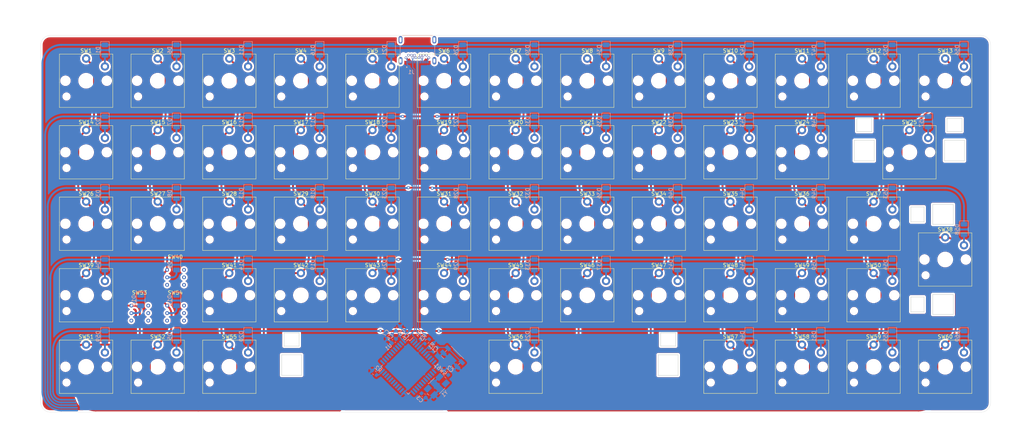
<source format=kicad_pcb>
(kicad_pcb (version 20211014) (generator pcbnew)
  (layers (0 "F.Cu" signal) (31 "B.Cu" signal) (34 "B.Paste" user) (35 "F.Paste" user) (36 "B.SilkS" user "B.Silkscreen") (37 "F.SilkS" user "F.Silkscreen") (38 "B.Mask" user) (39 "F.Mask" user) (44 "Edge.Cuts" user))
  (net 0 "")
  (net 1 "Net-(D1-Pad2)")
  (net 2 "COL0")
  (net 3 "Net-(D6-Pad2)")
  (net 4 "COL1")
  (net 5 "Net-(D11-Pad2)")
  (net 6 "COL2")
  (net 7 "Net-(D16-Pad2)")
  (net 8 "COL3")
  (net 9 "Net-(D21-Pad2)")
  (net 10 "COL4")
  (net 11 "Net-(D26-Pad2)")
  (net 12 "COL5")
  (net 13 "Net-(D30-Pad2)")
  (net 14 "COL6")
  (net 15 "Net-(D34-Pad2)")
  (net 16 "COL7")
  (net 17 "Net-(D38-Pad2)")
  (net 18 "COL8")
  (net 19 "Net-(D42-Pad2)")
  (net 20 "COL9")
  (net 21 "Net-(D47-Pad2)")
  (net 22 "COL10")
  (net 23 "Net-(D52-Pad2)")
  (net 24 "COL11")
  (net 25 "Net-(D56-Pad2)")
  (net 26 "COL12")
  (net 27 "Net-(D2-Pad2)")
  (net 28 "Net-(D7-Pad2)")
  (net 29 "Net-(D12-Pad2)")
  (net 30 "Net-(D17-Pad2)")
  (net 31 "Net-(D22-Pad2)")
  (net 32 "Net-(D27-Pad2)")
  (net 33 "Net-(D31-Pad2)")
  (net 34 "Net-(D35-Pad2)")
  (net 35 "Net-(D39-Pad2)")
  (net 36 "Net-(D43-Pad2)")
  (net 37 "Net-(D48-Pad2)")
  (net 38 "Net-(D57-Pad2)")
  (net 39 "Net-(D3-Pad2)")
  (net 40 "Net-(D8-Pad2)")
  (net 41 "Net-(D13-Pad2)")
  (net 42 "Net-(D18-Pad2)")
  (net 43 "Net-(D23-Pad2)")
  (net 44 "Net-(D28-Pad2)")
  (net 45 "Net-(D32-Pad2)")
  (net 46 "Net-(D36-Pad2)")
  (net 47 "Net-(D40-Pad2)")
  (net 48 "Net-(D44-Pad2)")
  (net 49 "Net-(D49-Pad2)")
  (net 50 "Net-(D53-Pad2)")
  (net 51 "Net-(D58-Pad2)")
  (net 52 "Net-(D4-Pad2)")
  (net 53 "Net-(D9-Pad2)")
  (net 54 "Net-(D14-Pad2)")
  (net 55 "Net-(D19-Pad2)")
  (net 56 "Net-(D24-Pad2)")
  (net 57 "Net-(D29-Pad2)")
  (net 58 "Net-(D33-Pad2)")
  (net 59 "Net-(D37-Pad2)")
  (net 60 "Net-(D41-Pad2)")
  (net 61 "Net-(D45-Pad2)")
  (net 62 "Net-(D50-Pad2)")
  (net 63 "Net-(D54-Pad2)")
  (net 64 "Net-(D59-Pad2)")
  (net 65 "Net-(D5-Pad2)")
  (net 66 "Net-(D10-Pad2)")
  (net 67 "Net-(D15-Pad2)")
  (net 68 "Net-(D20-Pad2)")
  (net 69 "Net-(D25-Pad2)")
  (net 70 "Net-(D46-Pad2)")
  (net 71 "Net-(D51-Pad2)")
  (net 72 "Net-(D55-Pad2)")
  (net 73 "Net-(D60-Pad2)")
  (net 74 "ROW0")
  (net 75 "ROW1")
  (net 76 "ROW3")
  (net 77 "ROW4")
  (net 78 "ROW5")
  (net 79 "Net-(C1-Pad1)")
  (net 80 "GND")
  (net 81 "XTAL2")
  (net 82 "D+")
  (net 83 "D-")
  (net 84 "XTAL1")
  (net 85 "+5V")
  (net 86 "Net-(U1-Pad3)")
  (net 87 "Net-(U1-Pad4)")
  (net 98 "ROW2")
  (net 99 "Reset")
  (net 100 "SCK")
  (net 101 "MOSI")
  (net 102 "MISO")
  (net 103 "Net-(U1-Pad33)")
  (footprint "Switch_Keyboard_Kailh:SW_Kailh_Choc_V1_1.00u" (layer "F.Cu") (at 111.3 94.73)
    (fp_text reference "SW2")
    (fp_text value "SW_Push")
  )
  (footprint "Switch_Keyboard_Kailh:SW_Kailh_Choc_V1_1.00u" (layer "F.Cu") (at 130.35 94.73)
    (fp_text reference "SW3")
    (fp_text value "SW_Push")
  )
  (footprint "Switch_Keyboard_Kailh:SW_Kailh_Choc_V1_1.00u" (layer "F.Cu") (at 149.4 94.73)
    (fp_text reference "SW4")
    (fp_text value "SW_Push")
  )
  (footprint "Switch_Keyboard_Kailh:SW_Kailh_Choc_V1_1.00u" (layer "F.Cu") (at 168.45 94.73)
    (fp_text reference "SW5")
    (fp_text value "SW_Push")
  )
  (footprint "Switch_Keyboard_Kailh:SW_Kailh_Choc_V1_1.00u" (layer "F.Cu") (at 187.5 94.73)
    (fp_text reference "SW6")
    (fp_text value "SW_Push")
  )
  (footprint "Switch_Keyboard_Kailh:SW_Kailh_Choc_V1_1.00u" (layer "F.Cu") (at 206.55 94.73)
    (fp_text reference "SW7")
    (fp_text value "SW_Push")
  )
  (footprint "Switch_Keyboard_Kailh:SW_Kailh_Choc_V1_1.00u" (layer "F.Cu") (at 225.6 94.73)
    (fp_text reference "SW8")
    (fp_text value "SW_Push")
  )
  (footprint "Switch_Keyboard_Kailh:SW_Kailh_Choc_V1_1.00u" (layer "F.Cu") (at 244.65 94.73)
    (fp_text reference "SW9")
    (fp_text value "SW_Push")
  )
  (footprint "Switch_Keyboard_Kailh:SW_Kailh_Choc_V1_1.00u" (layer "F.Cu") (at 263.7 94.73)
    (fp_text reference "SW10")
    (fp_text value "SW_Push")
  )
  (footprint "Switch_Keyboard_Kailh:SW_Kailh_Choc_V1_1.00u" (layer "F.Cu") (at 282.75 94.73)
    (fp_text reference "SW11")
    (fp_text value "SW_Push")
  )
  (footprint "Switch_Keyboard_Kailh:SW_Kailh_Choc_V1_1.00u" (layer "F.Cu") (at 301.8 94.73)
    (fp_text reference "SW12")
    (fp_text value "SW_Push")
  )
  (footprint "Switch_Keyboard_Kailh:SW_Kailh_Choc_V1_1.00u" (layer "F.Cu") (at 111.3 113.78)
    (fp_text reference "SW15")
    (fp_text value "SW_Push")
  )
  (footprint "Switch_Keyboard_Kailh:SW_Kailh_Choc_V1_1.00u" (layer "F.Cu") (at 130.35 113.78)
    (fp_text reference "SW16")
    (fp_text value "SW_Push")
  )
  (footprint "Switch_Keyboard_Kailh:SW_Kailh_Choc_V1_1.00u" (layer "F.Cu") (at 149.4 113.78)
    (fp_text reference "SW17")
    (fp_text value "SW_Push")
  )
  (footprint "Switch_Keyboard_Kailh:SW_Kailh_Choc_V1_1.00u" (layer "F.Cu") (at 168.45 113.78)
    (fp_text reference "SW18")
    (fp_text value "SW_Push")
  )
  (footprint "Switch_Keyboard_Kailh:SW_Kailh_Choc_V1_1.00u" (layer "F.Cu") (at 187.5 113.78)
    (fp_text reference "SW19")
    (fp_text value "SW_Push")
  )
  (footprint "Switch_Keyboard_Kailh:SW_Kailh_Choc_V1_1.00u" (layer "F.Cu") (at 206.55 113.78)
    (fp_text reference "SW20")
    (fp_text value "SW_Push")
  )
  (footprint "Switch_Keyboard_Kailh:SW_Kailh_Choc_V1_1.00u" (layer "F.Cu") (at 225.6 113.78)
    (fp_text reference "SW21")
    (fp_text value "SW_Push")
  )
  (footprint "Switch_Keyboard_Kailh:SW_Kailh_Choc_V1_1.00u" (layer "F.Cu") (at 244.65 113.78)
    (fp_text reference "SW22")
    (fp_text value "SW_Push")
  )
  (footprint "Switch_Keyboard_Kailh:SW_Kailh_Choc_V1_1.00u" (layer "F.Cu") (at 263.7 113.78)
    (fp_text reference "SW23")
    (fp_text value "SW_Push")
  )
  (footprint "Switch_Keyboard_Kailh:SW_Kailh_Choc_V1_1.00u" (layer "F.Cu") (at 111.3 132.83)
    (fp_text reference "SW27")
    (fp_text value "SW_Push")
  )
  (footprint "Switch_Keyboard_Kailh:SW_Kailh_Choc_V1_1.00u" (layer "F.Cu") (at 149.4 132.83)
    (fp_text reference "SW29")
    (fp_text value "SW_Push")
  )
  (footprint "Switch_Keyboard_Kailh:SW_Kailh_Choc_V1_1.00u" (layer "F.Cu") (at 168.45 132.83)
    (fp_text reference "SW30")
    (fp_text value "SW_Push")
  )
  (footprint "Switch_Keyboard_Kailh:SW_Kailh_Choc_V1_1.00u" (layer "F.Cu") (at 187.5 132.83)
    (fp_text reference "SW31")
    (fp_text value "SW_Push")
  )
  (footprint "Switch_Keyboard_Kailh:SW_Kailh_Choc_V1_1.00u" (layer "F.Cu") (at 206.55 132.83)
    (fp_text reference "SW32")
    (fp_text value "SW_Push")
  )
  (footprint "Switch_Keyboard_Kailh:SW_Kailh_Choc_V1_1.00u" (layer "F.Cu") (at 225.6 132.83)
    (fp_text reference "SW33")
    (fp_text value "SW_Push")
  )
  (footprint "Switch_Keyboard_Kailh:SW_Kailh_Choc_V1_1.00u" (layer "F.Cu") (at 244.65 132.83)
    (fp_text reference "SW34")
    (fp_text value "SW_Push")
  )
  (footprint "Switch_Keyboard_Kailh:SW_Kailh_Choc_V1_1.00u" (layer "F.Cu") (at 263.7 132.83)
    (fp_text reference "SW35")
    (fp_text value "SW_Push")
  )
  (footprint "Switch_Keyboard_Kailh:SW_Kailh_Choc_V1_1.00u" (layer "F.Cu") (at 282.75 132.83)
    (fp_text reference "SW36")
    (fp_text value "SW_Push")
  )
  (footprint "Switch_Keyboard_Kailh:SW_Kailh_Choc_V1_2.00u_Rotated" (layer "F.Cu") (at 320.85 142.355)
    (fp_text reference "SW38")
    (fp_text value "SW_Push")
    (fp_line (start -9.12 -10.02) (end -5.62 -10.02) (layer "Edge.Cuts") (width 0.12))
    (fp_line (start -3.32 -9.37) (end 2.18 -9.37) (layer "Edge.Cuts") (width 0.12))
    (fp_line (start -5.62 -14.02) (end -9.12 -14.02) (layer "Edge.Cuts") (width 0.12))
    (fp_line (start -3.32 14.63) (end 2.18 14.63) (layer "Edge.Cuts") (width 0.12))
    (fp_line (start 2.18 -14.67) (end -3.32 -14.67) (layer "Edge.Cuts") (width 0.12))
    (fp_line (start -3.32 14.63) (end -3.32 9.33) (layer "Edge.Cuts") (width 0.12))
    (fp_line (start 2.18 14.63) (end 2.18 9.33) (layer "Edge.Cuts") (width 0.12))
    (fp_line (start -9.12 -10.02) (end -9.12 -14.02) (layer "Edge.Cuts") (width 0.12))
    (fp_line (start -5.62 13.98) (end -5.62 9.98) (layer "Edge.Cuts") (width 0.12))
    (fp_line (start 2.18 9.33) (end -3.32 9.33) (layer "Edge.Cuts") (width 0.12))
    (fp_line (start -9.12 13.98) (end -5.62 13.98) (layer "Edge.Cuts") (width 0.12))
    (fp_line (start -5.62 -10.02) (end -5.62 -14.02) (layer "Edge.Cuts") (width 0.12))
    (fp_line (start 2.18 -9.37) (end 2.18 -14.67) (layer "Edge.Cuts") (width 0.12))
    (fp_line (start -3.32 -9.37) (end -3.32 -14.67) (layer "Edge.Cuts") (width 0.12))
    (fp_line (start -9.12 13.98) (end -9.12 9.98) (layer "Edge.Cuts") (width 0.12))
    (fp_line (start -5.62 9.98) (end -9.12 9.98) (layer "Edge.Cuts") (width 0.12))
  )
  (footprint "Switch_Keyboard_Kailh:SW_Kailh_Choc_V1_1.00u" (layer "F.Cu") (at 149.4 151.88)
    (fp_text reference "SW42")
    (fp_text value "SW_Push")
  )
  (footprint "Switch_Keyboard_Kailh:SW_Kailh_Choc_V1_1.00u" (layer "F.Cu") (at 187.5 151.88)
    (fp_text reference "SW44")
    (fp_text value "SW_Push")
  )
  (footprint "Switch_Keyboard_Kailh:SW_Kailh_Choc_V1_1.00u" (layer "F.Cu") (at 206.55 151.88)
    (fp_text reference "SW45")
    (fp_text value "SW_Push")
  )
  (footprint "Switch_Keyboard_Kailh:SW_Kailh_Choc_V1_1.00u" (layer "F.Cu") (at 225.6 151.88)
    (fp_text reference "SW46")
    (fp_text value "SW_Push")
  )
  (footprint "Switch_Keyboard_Kailh:SW_Kailh_Choc_V1_1.00u" (layer "F.Cu") (at 244.65 151.88)
    (fp_text reference "SW47")
    (fp_text value "SW_Push")
  )
  (footprint "Switch_Keyboard_Kailh:SW_Kailh_Choc_V1_1.00u" (layer "F.Cu") (at 263.7 151.88)
    (fp_text reference "SW48")
    (fp_text value "SW_Push")
  )
  (footprint "Switch_Keyboard_Kailh:SW_Kailh_Choc_V1_1.00u" (layer "F.Cu") (at 282.75 151.88)
    (fp_text reference "SW49")
    (fp_text value "SW_Push")
  )
  (footprint "Switch_Keyboard_Kailh:SW_58_Series_Kalih" (layer "F.Cu") (at 106.54 156.6425)
    (fp_text reference "SW53")
    (fp_text value "BLUE")
  )
  (footprint "Switch_Keyboard_Kailh:SW_Kailh_Choc_V1_1.00u" (layer "F.Cu") (at 282.75 170.93)
    (fp_text reference "SW58")
    (fp_text value "SW_Push")
  )
  (footprint "Switch_Keyboard_Kailh:SW_Kailh_Choc_V1_1.00u" (layer "F.Cu") (at 301.8 170.93)
    (fp_text reference "SW59")
    (fp_text value "SW_Push")
  )
  (footprint "Switch_Keyboard_Kailh:SW_Kailh_Choc_V1_1.00u" (layer "F.Cu") (at 130.35 132.83)
    (fp_text reference "SW28")
    (fp_text value "SW_Push")
  )
  (footprint "Switch_Keyboard_Kailh:SW_Kailh_Choc_V1_1.00u" (layer "F.Cu") (at 92.25 94.73)
    (fp_text reference "SW1")
    (fp_text value "SW_Push")
  )
  (footprint "Switch_Keyboard_Kailh:SW_Kailh_Choc_V1_1.00u" (layer "F.Cu") (at 320.85 94.73)
    (fp_text reference "SW13")
    (fp_text value "SW_Push")
  )
  (footprint "Switch_Keyboard_Kailh:SW_Kailh_Choc_V1_1.00u" (layer "F.Cu") (at 92.25 113.78)
    (fp_text reference "SW14")
    (fp_text value "SW_Push")
  )
  (footprint "Switch_Keyboard_Kailh:SW_Kailh_Choc_V1_2.00u" (layer "F.Cu") (at 311.325 113.78)
    (fp_text reference "SW25")
    (fp_text value "SW_Push")
    (fp_line (start -10 -5.5) (end -10 -9) (layer "Edge.Cuts") (width 0.12))
    (fp_line (start -14.65 -3.2) (end -14.65 2.3) (layer "Edge.Cuts") (width 0.12))
    (fp_line (start 9.35 -3.2) (end 9.35 2.3) (layer "Edge.Cuts") (width 0.12))
    (fp_line (start 9.35 2.3) (end 14.65 2.3) (layer "Edge.Cuts") (width 0.12))
    (fp_line (start -14 -9) (end -14 -5.5) (layer "Edge.Cuts") (width 0.12))
    (fp_line (start -14 -5.5) (end -10 -5.5) (layer "Edge.Cuts") (width 0.12))
    (fp_line (start -14 -9) (end -10 -9) (layer "Edge.Cuts") (width 0.12))
    (fp_line (start -14.65 -3.2) (end -9.35 -3.2) (layer "Edge.Cuts") (width 0.12))
    (fp_line (start -9.35 2.3) (end -9.35 -3.2) (layer "Edge.Cuts") (width 0.12))
    (fp_line (start 10 -9) (end 14 -9) (layer "Edge.Cuts") (width 0.12))
    (fp_line (start 10 -5.5) (end 14 -5.5) (layer "Edge.Cuts") (width 0.12))
    (fp_line (start 9.35 -3.2) (end 14.65 -3.2) (layer "Edge.Cuts") (width 0.12))
    (fp_line (start -14.65 2.3) (end -9.35 2.3) (layer "Edge.Cuts") (width 0.12))
    (fp_line (start 14.65 2.3) (end 14.65 -3.2) (layer "Edge.Cuts") (width 0.12))
    (fp_line (start 14 -5.5) (end 14 -9) (layer "Edge.Cuts") (width 0.12))
    (fp_line (start 10 -9) (end 10 -5.5) (layer "Edge.Cuts") (width 0.12))
  )
  (footprint "Switch_Keyboard_Kailh:SW_Kailh_Choc_V1_1.00u" (layer "F.Cu") (at 282.75 113.78)
    (fp_text reference "SW24")
    (fp_text value "SW_Push")
  )
  (footprint "Switch_Keyboard_Kailh:SW_Kailh_Choc_V1_1.00u" (layer "F.Cu") (at 92.25 132.83)
    (fp_text reference "SW26")
    (fp_text value "SW_Push")
  )
  (footprint "Switch_Keyboard_Kailh:SW_Kailh_Choc_V1_1.00u" (layer "F.Cu") (at 301.8 132.83)
    (fp_text reference "SW37")
    (fp_text value "SW_Push")
  )
  (footprint "Switch_Keyboard_Kailh:SW_Kailh_Choc_V1_1.00u" (layer "F.Cu") (at 92.25 151.88)
    (fp_text reference "SW39")
    (fp_text value "SW_Push")
  )
  (footprint "Switch_Keyboard_Kailh:SW_Kailh_Choc_V1_1.00u" (layer "F.Cu") (at 301.8 151.88)
    (fp_text reference "SW50")
    (fp_text value "SW_Push")
  )
  (footprint "Switch_Keyboard_Kailh:SW_Kailh_Choc_V1_1.00u" (layer "F.Cu") (at 168.45 151.88)
    (fp_text reference "SW43")
    (fp_text value "SW_Push")
  )
  (footprint "Switch_Keyboard_Kailh:SW_Kailh_Choc_V1_1.00u" (layer "F.Cu") (at 130.35 151.88)
    (fp_text reference "SW41")
    (fp_text value "SW_Push")
  )
  (footprint "Switch_Keyboard_Kailh:SW_Kailh_Choc_V1_1.00u" (layer "F.Cu") (at 92.25 170.93)
    (fp_text reference "SW51")
    (fp_text value "SW_Push")
  )
  (footprint "Switch_Keyboard_Kailh:SW_Kailh_Choc_V1_1.00u" (layer "F.Cu") (at 130.35 170.93)
    (fp_text reference "SW55")
    (fp_text value "SW_Push")
  )
  (footprint "Switch_Keyboard_Kailh:SW_Kailh_Choc_V1_1.00u" (layer "F.Cu") (at 111.3 170.93)
    (fp_text reference "SW52")
    (fp_text value "SW_Push")
  )
  (footprint "Switch_Keyboard_Kailh:SW_Kailh_Choc_V1_1.00u" (layer "F.Cu") (at 263.7 170.93)
    (fp_text reference "SW57")
    (fp_text value "SW_Push")
  )
  (footprint "Switch_Keyboard_Kailh:SW_Kailh_Choc_V1_1.00u" (layer "F.Cu") (at 320.85 170.93)
    (fp_text reference "SW60")
    (fp_text value "SW_Push")
  )
  (footprint "Switch_Keyboard_Kailh:SW_58_Series_Kalih" (layer "F.Cu") (at 116.0625 147.1175)
    (fp_text reference "SW40")
    (fp_text value "RED")
  )
  (footprint "Switch_Keyboard_Kailh:SW_58_Series_Kalih" (layer "F.Cu") (at 116.0625 156.6425)
    (fp_text reference "SW54")
    (fp_text value "GREEN")
  )
  (footprint "Switch_Keyboard_Kailh:SW_Kailh_Choc_V1_6.00u_Offset" (layer "F.Cu") (at 197.025 170.93)
    (fp_text reference "SW56")
    (fp_text value "SW_Push")
    (fp_line (start -52.75 -3.21) (end -52.75 2.29) (layer "Edge.Cuts") (width 0.12))
    (fp_line (start -52.1 -5.5) (end -48.1 -5.5) (layer "Edge.Cuts") (width 0.12))
    (fp_line (start -52.1 -9) (end -48.1 -9) (layer "Edge.Cuts") (width 0.12))
    (fp_line (start -52.75 -3.21) (end -47.45 -3.21) (layer "Edge.Cuts") (width 0.12))
    (fp_line (start 48.1 -9.01) (end 52.1 -9.01) (layer "Edge.Cuts") (width 0.12))
    (fp_line (start -52.1 -9) (end -52.1 -5.5) (layer "Edge.Cuts") (width 0.12))
    (fp_line (start 48.1 -9.01) (end 48.1 -5.51) (layer "Edge.Cuts") (width 0.12))
    (fp_line (start 47.45 -3.2) (end 47.45 2.3) (layer "Edge.Cuts") (width 0.12))
    (fp_line (start 52.1 -5.51) (end 52.1 -9.01) (layer "Edge.Cuts") (width 0.12))
    (fp_line (start 52.75 2.3) (end 52.75 -3.2) (layer "Edge.Cuts") (width 0.12))
    (fp_line (start 48.1 -5.51) (end 52.1 -5.51) (layer "Edge.Cuts") (width 0.12))
    (fp_line (start -48.1 -5.5) (end -48.1 -9) (layer "Edge.Cuts") (width 0.12))
    (fp_line (start 47.45 2.3) (end 52.75 2.3) (layer "Edge.Cuts") (width 0.12))
    (fp_line (start 47.45 -3.2) (end 52.75 -3.2) (layer "Edge.Cuts") (width 0.12))
    (fp_line (start -52.75 2.29) (end -47.45 2.29) (layer "Edge.Cuts") (width 0.12))
    (fp_line (start -47.45 2.29) (end -47.45 -3.21) (layer "Edge.Cuts") (width 0.12))
  )
  (footprint "Diode_SMD:D_1206_3216Metric" (layer "B.Cu") (at 97.25 86.57 -90)
    (fp_text reference "D1")
    (fp_text value "D")
  )
  (footprint "Diode_SMD:D_1206_3216Metric" (layer "B.Cu") (at 116.3 86.57 -90)
    (fp_text reference "D6")
    (fp_text value "D")
  )
  (footprint "Diode_SMD:D_1206_3216Metric" (layer "B.Cu") (at 116.3 162.805 -90)
    (fp_text reference "D5")
    (fp_text value "D")
  )
  (footprint "Diode_SMD:D_1206_3216Metric" (layer "B.Cu") (at 116.3 143.755 -90)
    (fp_text reference "D9")
    (fp_text value "D")
  )
  (footprint "Diode_SMD:D_1206_3216Metric" (layer "B.Cu") (at 154.4 86.57 -90)
    (fp_text reference "D16")
    (fp_text value "D")
  )
  (footprint "Diode_SMD:D_1206_3216Metric" (layer "B.Cu") (at 192.5 105.6375 -90)
    (fp_text reference "D27")
    (fp_text value "D")
  )
  (footprint "Diode_SMD:D_1206_3216Metric" (layer "B.Cu") (at 316.32 105.6375 -90)
    (fp_text reference "D57")
    (fp_text value "D")
  )
  (footprint "Diode_SMD:D_1206_3216Metric" (layer "B.Cu") (at 306.8 143.755 -90)
    (fp_text reference "D54")
    (fp_text value "D")
  )
  (footprint "Diode_SMD:D_1206_3216Metric" (layer "B.Cu") (at 173.45 143.755 -90)
    (fp_text reference "D24")
    (fp_text value "D")
  )
  (footprint "Diode_SMD:D_1206_3216Metric" (layer "B.Cu") (at 135.35 143.755 -90)
    (fp_text reference "D14")
    (fp_text value "D")
  )
  (footprint "Diode_SMD:D_1206_3216Metric" (layer "B.Cu") (at 97.25 162.805 -90)
    (fp_text reference "D59")
    (fp_text value "D")
  )
  (footprint "Diode_SMD:D_1206_3216Metric" (layer "B.Cu") (at 135.35 162.805 -90)
    (fp_text reference "D20")
    (fp_text value "D")
  )
  (footprint "Diode_SMD:D_1206_3216Metric" (layer "B.Cu") (at 97.25 105.6375 -90)
    (fp_text reference "D2")
    (fp_text value "D")
  )
  (footprint "Diode_SMD:D_1206_3216Metric" (layer "B.Cu") (at 97.25 124.705 -90)
    (fp_text reference "D3")
    (fp_text value "D")
  )
  (footprint "Diode_SMD:D_1206_3216Metric" (layer "B.Cu") (at 116.3 105.6375 -90)
    (fp_text reference "D7")
    (fp_text value "D")
  )
  (footprint "Diode_SMD:D_1206_3216Metric" (layer "B.Cu") (at 116.3 124.705 -90)
    (fp_text reference "D8")
    (fp_text value "D")
  )
  (footprint "Diode_SMD:D_1206_3216Metric" (layer "B.Cu") (at 135.35 86.57 -90)
    (fp_text reference "D11")
    (fp_text value "D")
  )
  (footprint "Diode_SMD:D_1206_3216Metric" (layer "B.Cu") (at 135.35 105.6375 -90)
    (fp_text reference "D12")
    (fp_text value "D")
  )
  (footprint "Diode_SMD:D_1206_3216Metric" (layer "B.Cu") (at 135.35 124.705 -90)
    (fp_text reference "D13")
    (fp_text value "D")
  )
  (footprint "Diode_SMD:D_1206_3216Metric" (layer "B.Cu") (at 116.3 153.28 -90)
    (fp_text reference "D15")
    (fp_text value "D")
  )
  (footprint "Diode_SMD:D_1206_3216Metric" (layer "B.Cu") (at 154.4 105.6375 -90)
    (fp_text reference "D17")
    (fp_text value "D")
  )
  (footprint "Diode_SMD:D_1206_3216Metric" (layer "B.Cu") (at 154.4 124.705 -90)
    (fp_text reference "D18")
    (fp_text value "D")
  )
  (footprint "Diode_SMD:D_1206_3216Metric" (layer "B.Cu") (at 154.4 143.755 -90)
    (fp_text reference "D19")
    (fp_text value "D")
  )
  (footprint "Diode_SMD:D_1206_3216Metric" (layer "B.Cu") (at 173.45 86.57 -90)
    (fp_text reference "D21")
    (fp_text value "D")
  )
  (footprint "Diode_SMD:D_1206_3216Metric" (layer "B.Cu") (at 173.45 105.6375 -90)
    (fp_text reference "D22")
    (fp_text value "D")
  )
  (footprint "Diode_SMD:D_1206_3216Metric" (layer "B.Cu") (at 173.45 124.705 -90)
    (fp_text reference "D23")
    (fp_text value "D")
  )
  (footprint "Diode_SMD:D_1206_3216Metric" (layer "B.Cu") (at 211.55 162.805 -90)
    (fp_text reference "D25")
    (fp_text value "D")
  )
  (footprint "Diode_SMD:D_1206_3216Metric" (layer "B.Cu") (at 192.5 86.57 -90)
    (fp_text reference "D26")
    (fp_text value "D")
  )
  (footprint "Diode_SMD:D_1206_3216Metric" (layer "B.Cu") (at 192.5 124.705 -90)
    (fp_text reference "D28")
    (fp_text value "D")
  )
  (footprint "Diode_SMD:D_1206_3216Metric" (layer "B.Cu") (at 192.5 143.755 -90)
    (fp_text reference "D29")
    (fp_text value "D")
  )
  (footprint "Diode_SMD:D_1206_3216Metric" (layer "B.Cu") (at 211.55 86.57 -90)
    (fp_text reference "D30")
    (fp_text value "D")
  )
  (footprint "Diode_SMD:D_1206_3216Metric" (layer "B.Cu") (at 211.55 105.6375 -90)
    (fp_text reference "D31")
    (fp_text value "D")
  )
  (footprint "Diode_SMD:D_1206_3216Metric" (layer "B.Cu") (at 211.55 124.705 -90)
    (fp_text reference "D32")
    (fp_text value "D")
  )
  (footprint "Diode_SMD:D_1206_3216Metric" (layer "B.Cu") (at 211.55 143.755 -90)
    (fp_text reference "D33")
    (fp_text value "D")
  )
  (footprint "Diode_SMD:D_1206_3216Metric" (layer "B.Cu") (at 230.6 86.57 -90)
    (fp_text reference "D34")
    (fp_text value "D")
  )
  (footprint "Diode_SMD:D_1206_3216Metric" (layer "B.Cu") (at 230.6 105.6375 -90)
    (fp_text reference "D35")
    (fp_text value "D")
  )
  (footprint "Diode_SMD:D_1206_3216Metric" (layer "B.Cu") (at 230.6 124.705 -90)
    (fp_text reference "D36")
    (fp_text value "D")
  )
  (footprint "Diode_SMD:D_1206_3216Metric" (layer "B.Cu") (at 230.6 143.755 -90)
    (fp_text reference "D37")
    (fp_text value "D")
  )
  (footprint "Diode_SMD:D_1206_3216Metric" (layer "B.Cu") (at 249.65 86.57 -90)
    (fp_text reference "D38")
    (fp_text value "D")
  )
  (footprint "Diode_SMD:D_1206_3216Metric" (layer "B.Cu") (at 249.65 105.6375 -90)
    (fp_text reference "D39")
    (fp_text value "D")
  )
  (footprint "Diode_SMD:D_1206_3216Metric" (layer "B.Cu") (at 249.65 124.705 -90)
    (fp_text reference "D40")
    (fp_text value "D")
  )
  (footprint "Diode_SMD:D_1206_3216Metric" (layer "B.Cu") (at 249.65 143.755 -90)
    (fp_text reference "D41")
    (fp_text value "D")
  )
  (footprint "Diode_SMD:D_1206_3216Metric" (layer "B.Cu") (at 268.7 86.57 -90)
    (fp_text reference "D42")
    (fp_text value "D")
  )
  (footprint "Diode_SMD:D_1206_3216Metric" (layer "B.Cu") (at 268.7 105.6375 -90)
    (fp_text reference "D43")
    (fp_text value "D")
  )
  (footprint "Diode_SMD:D_1206_3216Metric" (layer "B.Cu") (at 268.7 124.705 -90)
    (fp_text reference "D44")
    (fp_text value "D")
  )
  (footprint "Diode_SMD:D_1206_3216Metric" (layer "B.Cu") (at 268.7 143.755 -90)
    (fp_text reference "D45")
    (fp_text value "D")
  )
  (footprint "Diode_SMD:D_1206_3216Metric" (layer "B.Cu") (at 268.7 162.805 -90)
    (fp_text reference "D46")
    (fp_text value "D")
  )
  (footprint "Diode_SMD:D_1206_3216Metric" (layer "B.Cu") (at 287.75 86.57 -90)
    (fp_text reference "D47")
    (fp_text value "D")
  )
  (footprint "Diode_SMD:D_1206_3216Metric" (layer "B.Cu") (at 287.75 105.6375 -90)
    (fp_text reference "D48")
    (fp_text value "D")
  )
  (footprint "Diode_SMD:D_1206_3216Metric" (layer "B.Cu") (at 287.75 124.705 -90)
    (fp_text reference "D49")
    (fp_text value "D")
  )
  (footprint "Diode_SMD:D_1206_3216Metric" (layer "B.Cu") (at 287.75 143.755 -90)
    (fp_text reference "D50")
    (fp_text value "D")
  )
  (footprint "Diode_SMD:D_1206_3216Metric" (layer "B.Cu") (at 287.75 162.805 -90)
    (fp_text reference "D51")
    (fp_text value "D")
  )
  (footprint "Diode_SMD:D_1206_3216Metric" (layer "B.Cu") (at 306.8 86.57 -90)
    (fp_text reference "D52")
    (fp_text value "D")
  )
  (footprint "Diode_SMD:D_1206_3216Metric" (layer "B.Cu") (at 306.8 124.705 -90)
    (fp_text reference "D53")
    (fp_text value "D")
  )
  (footprint "Diode_SMD:D_1206_3216Metric" (layer "B.Cu") (at 306.8 162.805 -90)
    (fp_text reference "D55")
    (fp_text value "D")
  )
  (footprint "Diode_SMD:D_1206_3216Metric" (layer "B.Cu") (at 325.85 86.57 -90)
    (fp_text reference "D56")
    (fp_text value "D")
  )
  (footprint "Diode_SMD:D_1206_3216Metric" (layer "B.Cu") (at 325.85 134.334999 -90)
    (fp_text reference "D58")
    (fp_text value "D")
  )
  (footprint "Diode_SMD:D_1206_3216Metric" (layer "B.Cu") (at 325.85 162.805 -90)
    (fp_text reference "D60")
    (fp_text value "D")
  )
  (footprint "Diode_SMD:D_1206_3216Metric" (layer "B.Cu") (at 97.25 143.755 -90)
    (fp_text reference "D4")
    (fp_text value "D")
  )
  (footprint "Diode_SMD:D_1206_3216Metric" (layer "B.Cu") (at 106.775 153.28 -90)
    (fp_text reference "D10")
    (fp_text value "D")
  )
  (footprint "Resistor_SMD:R_0603_1608Metric" (layer "B.Cu") (at 168.953363 172.553363 135)
    (fp_text reference "R2")
    (fp_text value "10k")
  )
  (footprint "USB:GCT_USB4055-30-A" (layer "B.Cu") (at 180.41 85.16)
    (fp_text reference "J1")
    (fp_text value "USB_C_Receptacle_USB2.0")
    (fp_line (start 3.875 2.425) (end 3.575 2.425) (layer "Edge.Cuts") (width 0.01))
    (fp_line (start 3.575 3.075) (end 3.875 3.075) (layer "Edge.Cuts") (width 0.01))
    (fp_arc (start 3.25 2.75) (mid 3.34519 2.52019) (end 3.575 2.425) (layer "Edge.Cuts") (width 0.01))
    (fp_arc (start 3.575 3.075) (mid 3.34519 2.97981) (end 3.25 2.75) (layer "Edge.Cuts") (width 0.01))
    (fp_arc (start 3.875 2.425) (mid 4.10481 2.52019) (end 4.2 2.75) (layer "Edge.Cuts") (width 0.01))
    (fp_arc (start 4.2 2.75) (mid 4.10481 2.97981) (end 3.875 3.075) (layer "Edge.Cuts") (width 0.01))
  )
  (footprint "Capacitor_SMD:C_0603_1608Metric" (layer "B.Cu") (at 188.06 172.56 135)
    (fp_text reference "C2")
    (fp_text value "22p")
  )
  (footprint "Package_QFP:TQFP-44_10x10mm_P0.8mm" (layer "B.Cu") (at 177.97 170.93 -135)
    (fp_text reference "U1")
    (fp_text value "ATmega32U4-A")
  )
  (footprint "Capacitor_SMD:C_0603_1608Metric" (layer "B.Cu") (at 174.14 164.07 -135)
    (fp_text reference "C4")
    (fp_text value "C")
  )
  (footprint "Capacitor_SMD:C_0603_1608Metric" (layer "B.Cu") (at 173.04 162.95 -135)
    (fp_text reference "C7")
    (fp_text value "C")
  )
  (footprint "Capacitor_SMD:C_0603_1608Metric" (layer "B.Cu") (at 176.31234 161.88234 45)
    (fp_text reference "C6")
    (fp_text value "C")
  )
  (footprint "Resistor_SMD:R_0603_1608Metric" (layer "B.Cu") (at 181.85 163.06 -135)
    (fp_text reference "R4")
    (fp_text value "22R")
  )
  (footprint "Button_Switch_SMD:Panasonic_EVQPUJ_EVQPUA" (layer "B.Cu") (at 189.753553 168.446447 -45)
    (fp_text reference "SW61")
    (fp_text value "SW_Push")
  )
  (footprint "Capacitor_SMD:C_0603_1608Metric" (layer "B.Cu") (at 175.222339 160.792339 45)
    (fp_text reference "C5")
    (fp_text value "C")
  )
  (footprint "Resistor_SMD:R_0603_1608Metric" (layer "B.Cu") (at 185.16 166.36 -135)
    (fp_text reference "R1")
    (fp_text value "10k")
  )
  (footprint "Crystal:Crystal_SMD_0603-4Pin_6.0x3.5mm" (layer "B.Cu") (at 185.564163 176.042893 45)
    (fp_text reference "Y1")
    (fp_text value "Crystal_GND24")
  )
  (footprint "Capacitor_SMD:C_0603_1608Metric" (layer "B.Cu") (at 182.05 178.56 -45)
    (fp_text reference "C3")
    (fp_text value "22p")
  )
  (footprint "Resistor_SMD:R_0603_1608Metric" (layer "B.Cu") (at 182.96 164.17 -135)
    (fp_text reference "R3")
    (fp_text value "22R")
  )
  (footprint "Capacitor_SMD:C_0603_1608Metric" (layer "B.Cu") (at 184.06 165.26 45)
    (fp_text reference "C1")
    (fp_text value "C")
  )
  (gr_arc (start 332.92 180.5) (mid 332.187767 182.267767) (end 330.42 183) (layer "Edge.Cuts") (width 0.05))
  (gr_line (start 82.680002 183) (end 330.42 183) (layer "Edge.Cuts") (width 0.05))
  (gr_arc (start 82.680002 183) (mid 80.912235 182.267767) (end 80.180002 180.5) (layer "Edge.Cuts") (width 0.05))
  (gr_line (start 80.180002 180.5) (end 80.18 85.16) (layer "Edge.Cuts") (width 0.05))
  (gr_arc (start 330.420001 82.65998) (mid 332.187781 83.392219) (end 332.92002 85.159999) (layer "Edge.Cuts") (width 0.05))
  (gr_line (start 330.420001 82.65998) (end 82.68 82.66) (layer "Edge.Cuts") (width 0.05))
  (gr_arc (start 80.18 85.16) (mid 80.912233 83.392233) (end 82.68 82.66) (layer "Edge.Cuts") (width 0.05))
  (gr_line (start 332.92 180.5) (end 332.92002 85.159999) (layer "Edge.Cuts") (width 0.05))
  (segment (start 97.25 90.93) (end 97.25 87.97) (width 0.5) (layer "B.Cu") (net 1))
  (segment (start 94.8 182.560629) (end 122.090861 182.560629) (width 0.5) (layer "F.Cu") (net 2))
  (segment (start 89.8 152.1325) (end 89.8 150.501068) (width 0.5) (layer "F.Cu") (net 2))
  (segment (start 104.29 154.6325) (end 105.03 154.6325) (width 0.5) (layer "F.Cu") (net 2))
  (segment (start 90.146479 112.054589) (end 90.146479 122.755411) (width 0.5) (layer "F.Cu") (net 2))
  (segment (start 91.264466 146.965534) (end 92.25 145.98) (width 0.5) (layer "F.Cu") (net 2))
  (segment (start 94.353521 93.004589) (end 94.353521 103.705411) (width 0.5) (layer "F.Cu") (net 2))
  (segment (start 122.090861 182.560629) (end 159.739392 182.560608) (width 0.5) (layer "F.Cu") (net 2))
  (segment (start 92.889055 145.340945) (end 92.25 145.98) (width 0.5) (layer "F.Cu") (net 2))
  (segment (start 92.25 165.19) (end 91.8 165.19) (width 0.5) (layer "F.Cu") (net 2))
  (segment (start 92.450001 164.989999) (end 92.25 165.19) (width 0.5) (layer "F.Cu") (net 2))
  (segment (start 92.25 88.83) (end 92.889055 89.469055) (width 0.5) (layer "F.Cu") (net 2))
  (segment (start 92.889055 107.240945) (end 92.25 107.88) (width 0.5) (layer "F.Cu") (net 2))
  (segment (start 159.739392 182.560608) (end 160.4 181.9) (width 0.5) (layer "F.Cu") (net 2))
  (segment (start 94.353521 131.104589) (end 94.353521 141.805411) (width 0.5) (layer "F.Cu") (net 2))
  (segment (start 91.610945 126.290945) (end 92.25 126.93) (width 0.5) (layer "F.Cu") (net 2))
  (segment (start 92.25 126.93) (end 92.889055 127.569055) (width 0.5) (layer "F.Cu") (net 2))
  (segment (start 104.29 154.6325) (end 92.3 154.6325) (width 0.5) (layer "F.Cu") (net 2))
  (segment (start 89.8 166.53) (end 89.8 177.560629) (width 0.5) (layer "F.Cu") (net 2))
  (segment (start 92.25 165.03) (end 91.3 165.03) (width 0.5) (layer "F.Cu") (net 2))
  (segment (start 105.03 165.03) (end 92.25 165.03) (width 0.5) (layer "F.Cu") (net 2))
  (segment (start 106.53 156.1325) (end 106.53 163.53) (width 0.5) (layer "F.Cu") (net 2))
  (segment (start 92.25 107.88) (end 91.610945 108.519055) (width 0.5) (layer "F.Cu") (net 2))
  (arc (start 89.8 150.501068) (mid 90.180602 148.587651) (end 91.264466 146.965534) (width 0.5) (layer "F.Cu") (net 2))
  (arc (start 91.610945 108.519055) (mid 90.527081 110.141172) (end 90.146479 112.054589) (width 0.5) (layer "F.Cu") (net 2))
  (arc (start 89.8 166.53) (mid 90.23934 165.46934) (end 91.3 165.03) (width 0.5) (layer "F.Cu") (net 2))
  (arc (start 92.889055 127.569055) (mid 93.972919 129.191172) (end 94.353521 131.104589) (width 0.5) (layer "F.Cu") (net 2))
  (arc (start 89.8 152.1325) (mid 90.532233 153.900267) (end 92.3 154.6325) (width 0.5) (layer "F.Cu") (net 2))
  (arc (start 92.889055 107.240945) (mid 93.972919 105.618828) (end 94.353521 103.705411) (width 0.5) (layer "F.Cu") (net 2))
  (arc (start 92.889055 145.340945) (mid 93.972919 143.718828) (end 94.353521 141.805411) (width 0.5) (layer "F.Cu") (net 2))
  (arc (start 106.53 156.1325) (mid 106.09066 155.07184) (end 105.03 154.6325) (width 0.5) (layer "F.Cu") (net 2))
  (arc (start 105.03 165.03) (mid 106.09066 164.59066) (end 106.53 163.53) (width 0.5) (layer "F.Cu") (net 2))
  (arc (start 89.8 177.560629) (mid 91.264466 181.096163) (end 94.8 182.560629) (width 0.5) (layer "F.Cu") (net 2))
  (arc (start 92.889055 89.469055) (mid 93.972919 91.091172) (end 94.353521 93.004589) (width 0.5) (layer "F.Cu") (net 2))
  (arc (start 90.146479 122.755411) (mid 90.527081 124.668828) (end 91.610945 126.290945) (width 0.5) (layer "F.Cu") (net 2))
  (segment (start 116.3 90.93) (end 116.3 87.97) (width 0.5) (layer "B.Cu") (net 3))
  (segment (start 113.8125 154.6325) (end 114.111321 154.931321) (width 0.5) (layer "F.Cu") (net 4))
  (segment (start 110.660945 126.290945) (end 111.3 126.93) (width 0.5) (layer "F.Cu") (net 4))
  (segment (start 153.108912 181.861088) (end 158.129999 176.840001) (width 0.5) (layer "F.Cu") (net 4))
  (segment (start 109.196479 169.204589) (end 109.196479 176.861088) (width 0.5) (layer "F.Cu") (net 4))
  (segment (start 111.939055 107.240945) (end 111.3 107.88) (width 0.5) (layer "F.Cu") (net 4))
  (segment (start 114.196479 181.861088) (end 153.108912 181.861088) (width 0.5) (layer "F.Cu") (net 4))
  (segment (start 113.403521 93.004589) (end 113.403521 103.705411) (width 0.5) (layer "F.Cu") (net 4))
  (segment (start 113.8125 145.1075) (end 113.478679 145.441321) (width 0.5) (layer "F.Cu") (net 4))
  (segment (start 114.11132 162.21868) (end 111.3 165.03) (width 0.5) (layer "F.Cu") (net 4))
  (segment (start 111.3 126.93) (end 112.348034 127.978034) (width 0.5) (layer "F.Cu") (net 4))
  (segment (start 111.3 88.83) (end 111.939055 89.469055) (width 0.5) (layer "F.Cu") (net 4))
  (segment (start 111.3 107.88) (end 110.660945 108.519055) (width 0.5) (layer "F.Cu") (net 4))
  (segment (start 113.8125 131.513568) (end 113.8125 145.1075) (width 0.5) (layer "F.Cu") (net 4))
  (segment (start 112.6 147.562641) (end 112.6 152.177359) (width 0.5) (layer "F.Cu") (net 4))
  (segment (start 109.196479 112.054589) (end 109.196479 122.755411) (width 0.5) (layer "F.Cu") (net 4))
  (segment (start 114.99 157.052641) (end 114.99 160.097359) (width 0.5) (layer "F.Cu") (net 4))
  (segment (start 111.3 165.03) (end 110.660945 165.669055) (width 0.5) (layer "F.Cu") (net 4))
  (segment (start 113.47868 154.29868) (end 113.8125 154.6325) (width 0.5) (layer "F.Cu") (net 4))
  (arc (start 110.660945 126.290945) (mid 109.577081 124.668828) (end 109.196479 122.755411) (width 0.5) (layer "F.Cu") (net 4))
  (arc (start 110.660945 165.669055) (mid 109.577081 167.291172) (end 109.196479 169.204589) (width 0.5) (layer "F.Cu") (net 4))
  (arc (start 113.403521 93.004589) (mid 113.022919 91.091172) (end 111.939055 89.469055) (width 0.5) (layer "F.Cu") (net 4))
  (arc (start 113.403521 103.705411) (mid 113.022919 105.618828) (end 111.939055 107.240945) (width 0.5) (layer "F.Cu") (net 4))
  (arc (start 112.348034 127.978034) (mid 113.431898 129.600151) (end 113.8125 131.513568) (width 0.5) (layer "F.Cu") (net 4))
  (arc (start 112.6 147.562641) (mid 112.828361 146.414591) (end 113.478679 145.441321) (width 0.5) (layer "F.Cu") (net 4))
  (arc (start 114.99 160.097359) (mid 114.761638 161.24541) (end 114.11132 162.21868) (width 0.5) (layer "F.Cu") (net 4))
  (arc (start 109.196479 112.054589) (mid 109.577081 110.141172) (end 110.660945 108.519055) (width 0.5) (layer "F.Cu") (net 4))
  (arc (start 112.6 152.177359) (mid 112.828362 153.32541) (end 113.47868 154.29868) (width 0.5) (layer "F.Cu") (net 4))
  (arc (start 114.111321 154.931321) (mid 114.761639 155.904591) (end 114.99 157.052641) (width 0.5) (layer "F.Cu") (net 4))
  (arc (start 114.196479 181.861088) (mid 110.660945 180.396622) (end 109.196479 176.861088) (width 0.5) (layer "F.Cu") (net 4))
  (segment (start 135.35 90.93) (end 135.35 87.97) (width 0.5) (layer "B.Cu") (net 5))
  (segment (start 137.460003 181.161579) (end 151.348431 181.161569) (width 0.5) (layer "F.Cu") (net 6))
  (segment (start 132.453521 131.104589) (end 132.453521 141.805411) (width 0.5) (layer "F.Cu") (net 6))
  (segment (start 130.35 165.19) (end 130.995534 165.835534) (width 0.5) (layer "F.Cu") (net 6))
  (segment (start 130.35 126.93) (end 130.989055 127.569055) (width 0.5) (layer "F.Cu") (net 6))
  (segment (start 129.710945 164.550945) (end 130.35 165.19) (width 0.5) (layer "F.Cu") (net 6))
  (segment (start 128.246479 150.274589) (end 128.246479 161.015411) (width 0.5) (layer "F.Cu") (net 6))
  (segment (start 130.35 107.88) (end 129.710945 108.519055) (width 0.5) (layer "F.Cu") (net 6))
  (segment (start 151.348431 181.161569) (end 157.42 175.09) (width 0.5) (layer "F.Cu") (net 6))
  (segment (start 131.120705 107.109295) (end 130.35 107.88) (width 0.5) (layer "F.Cu") (net 6))
  (segment (start 128.246479 112.054589) (end 128.246479 122.755411) (width 0.5) (layer "F.Cu") (net 6))
  (segment (start 132.46 169.371068) (end 132.46 176.161579) (width 0.5) (layer "F.Cu") (net 6))
  (segment (start 132.585171 93.136239) (end 132.585171 103.573761) (width 0.5) (layer "F.Cu") (net 6))
  (segment (start 130.989055 145.340945) (end 130.35 145.98) (width 0.5) (layer "F.Cu") (net 6))
  (segment (start 129.710945 126.290945) (end 130.35 126.93) (width 0.5) (layer "F.Cu") (net 6))
  (segment (start 130.35 88.83) (end 131.120705 89.600705) (width 0.5) (layer "F.Cu") (net 6))
  (arc (start 132.453521 141.805411) (mid 132.072919 143.718828) (end 130.989055 145.340945) (width 0.5) (layer "F.Cu") (net 6))
  (arc (start 129.710945 126.290945) (mid 128.627081 124.668828) (end 128.246479 122.755411) (width 0.5) (layer "F.Cu") (net 6))
  (arc (start 130.995534 165.835534) (mid 132.079398 167.457651) (end 132.46 169.371068) (width 0.5) (layer "F.Cu") (net 6))
  (arc (start 129.710945 146.739055) (mid 128.627081 148.361172) (end 128.246479 150.274589) (width 0.5) (layer "F.Cu") (net 6))
  (arc (start 130.989055 127.569055) (mid 132.072919 129.191172) (end 132.453521 131.104589) (width 0.5) (layer "F.Cu") (net 6))
  (arc (start 129.710945 108.519055) (mid 128.627081 110.141172) (end 128.246479 112.054589) (width 0.5) (layer "F.Cu") (net 6))
  (arc (start 132.46 176.161579) (mid 133.924467 179.697114) (end 137.460003 181.161579) (width 0.5) (layer "F.Cu") (net 6))
  (arc (start 131.120705 107.109295) (mid 132.204569 105.487178) (end 132.585171 103.573761) (width 0.5) (layer "F.Cu") (net 6))
  (arc (start 129.710945 164.550945) (mid 128.627081 162.928828) (end 128.246479 161.015411) (width 0.5) (layer "F.Cu") (net 6))
  (arc (start 131.120705 89.600705) (mid 132.204569 91.222822) (end 132.585171 93.136239) (width 0.5) (layer "F.Cu") (net 6))
  (segment (start 154.4 90.93) (end 154.4 87.97) (width 0.5) (layer "B.Cu") (net 7))
  (segment (start 156.57 174.59) (end 151.02 180.14) (width 0.5) (layer "F.Cu") (net 8))
  (segment (start 139.54 149.81) (end 143.37 145.98) (width 0.5) (layer "F.Cu") (net 8))
  (segment (start 149.4 88.83) (end 150.039055 89.469055) (width 0.5) (layer "F.Cu") (net 8))
  (segment (start 143.37 145.98) (end 149.4 145.98) (width 0.5) (layer "F.Cu") (net 8))
  (segment (start 150.039055 145.340945) (end 149.4 145.98) (width 0.5) (layer "F.Cu") (net 8))
  (segment (start 148.760945 126.290945) (end 149.4 126.93) (width 0.5) (layer "F.Cu") (net 8))
  (segment (start 147.296479 112.054589) (end 147.296479 122.755411) (width 0.5) (layer "F.Cu") (net 8))
  (segment (start 139.54 178.29) (end 139.54 149.81) (width 0.5) (layer "F.Cu") (net 8))
  (segment (start 151.02 180.14) (end 141.39 180.14) (width 0.5) (layer "F.Cu") (net 8))
  (segment (start 149.4 126.93) (end 150.039055 127.569055) (width 0.5) (layer "F.Cu") (net 8))
  (segment (start 151.503521 93.004589) (end 151.503521 103.705411) (width 0.5) (layer "F.Cu") (net 8))
  (segment (start 150.039055 107.240945) (end 149.4 107.88) (width 0.5) (layer "F.Cu") (net 8))
  (segment (start 141.39 180.14) (end 139.54 178.29) (width 0.5) (layer "F.Cu") (net 8))
  (segment (start 151.503521 131.104589) (end 151.503521 141.805411) (width 0.5) (layer "F.Cu") (net 8))
  (segment (start 149.4 107.88) (end 148.760945 108.519055) (width 0.5) (layer "F.Cu") (net 8))
  (arc (start 151.503521 141.805411) (mid 151.122919 143.718828) (end 150.039055 145.340945) (width 0.5) (layer "F.Cu") (net 8))
  (arc (start 151.503521 103.705411) (mid 151.122919 105.618828) (end 150.039055 107.240945) (width 0.5) (layer "F.Cu") (net 8))
  (arc (start 147.296479 122.755411) (mid 147.677081 124.668828) (end 148.760945 126.290945) (width 0.5) (layer "F.Cu") (net 8))
  (arc (start 150.039055 89.469055) (mid 151.122919 91.091172) (end 151.503521 93.004589) (width 0.5) (layer "F.Cu") (net 8))
  (arc (start 148.760945 108.519055) (mid 147.677081 110.141172) (end 147.296479 112.054589) (width 0.5) (layer "F.Cu") (net 8))
  (arc (start 150.039055 127.569055) (mid 151.122919 129.191172) (end 151.503521 131.104589) (width 0.5) (layer "F.Cu") (net 8))
  (segment (start 173.45 90.93) (end 173.45 87.97) (width 0.5) (layer "B.Cu") (net 9))
  (segment (start 168.45 107.88) (end 167.810945 108.519055) (width 0.5) (layer "F.Cu") (net 10))
  (segment (start 168.45 88.83) (end 169.089055 89.469055) (width 0.5) (layer "F.Cu") (net 10))
  (segment (start 168.45 126.93) (end 169.089055 127.569055) (width 0.5) (layer "F.Cu") (net 10))
  (segment (start 167.810945 126.290945) (end 168.45 126.93) (width 0.5) (layer "F.Cu") (net 10))
  (segment (start 166.346479 112.054589) (end 166.346479 122.755411) (width 0.5) (layer "F.Cu") (net 10))
  (segment (start 169.089055 107.240945) (end 168.45 107.88) (width 0.5) (layer "F.Cu") (net 10))
  (segment (start 170.553521 93.004589) (end 170.553521 103.705411) (width 0.5) (layer "F.Cu") (net 10))
  (segment (start 169.089055 145.340945) (end 168.45 145.98) (width 0.5) (layer "F.Cu") (net 10))
  (segment (start 170.553521 131.104589) (end 170.553521 141.805411) (width 0.5) (layer "F.Cu") (net 10))
  (arc (start 170.553521 103.705411) (mid 170.172919 105.618828) (end 169.089055 107.240945) (width 0.5) (layer "F.Cu") (net 10))
  (arc (start 166.346479 122.755411) (mid 166.727081 124.668828) (end 167.810945 126.290945) (width 0.5) (layer "F.Cu") (net 10))
  (arc (start 167.810945 108.519055) (mid 166.727081 110.141172) (end 166.346479 112.054589) (width 0.5) (layer "F.Cu") (net 10))
  (arc (start 170.553521 93.004589) (mid 170.172919 91.091172) (end 169.089055 89.469055) (width 0.5) (layer "F.Cu") (net 10))
  (arc (start 169.089055 127.569055) (mid 170.172919 129.191172) (end 170.553521 131.104589) (width 0.5) (layer "F.Cu") (net 10))
  (arc (start 169.089055 145.340945) (mid 170.172919 143.718828) (end 170.553521 141.805411) (width 0.5) (layer "F.Cu") (net 10))
  (segment (start 192.5 90.93) (end 192.5 87.97) (width 0.5) (layer "B.Cu") (net 11))
  (segment (start 187.5 107.88) (end 188.139055 107.240945) (width 0.5) (layer "F.Cu") (net 12))
  (segment (start 185.396479 122.755411) (end 185.396479 112.054589) (width 0.5) (layer "F.Cu") (net 12))
  (segment (start 188.139055 127.569055) (end 187.5 126.93) (width 0.5) (layer "F.Cu") (net 12))
  (segment (start 187.5 145.98) (end 188.139055 145.340945) (width 0.5) (layer "F.Cu") (net 12))
  (segment (start 189.603521 103.705411) (end 189.603521 93.004589) (width 0.5) (layer "F.Cu") (net 12))
  (segment (start 189.603521 141.805411) (end 189.603521 131.104589) (width 0.5) (layer "F.Cu") (net 12))
  (segment (start 187.5 126.93) (end 186.860945 126.290945) (width 0.5) (layer "F.Cu") (net 12))
  (segment (start 186.860945 108.519055) (end 187.5 107.88) (width 0.5) (layer "F.Cu") (net 12))
  (segment (start 188.139055 89.469055) (end 187.5 88.83) (width 0.5) (layer "F.Cu") (net 12))
  (arc (start 188.139055 145.340945) (mid 189.222919 143.718828) (end 189.603521 141.805411) (width 0.5) (layer "F.Cu") (net 12))
  (arc (start 189.603521 103.705411) (mid 189.222919 105.618828) (end 188.139055 107.240945) (width 0.5) (layer "F.Cu") (net 12))
  (arc (start 188.139055 127.569055) (mid 189.222919 129.191172) (end 189.603521 131.104589) (width 0.5) (layer "F.Cu") (net 12))
  (arc (start 185.396479 122.755411) (mid 185.777081 124.668828) (end 186.860945 126.290945) (width 0.5) (layer "F.Cu") (net 12))
  (arc (start 189.603521 93.004589) (mid 189.222919 91.091172) (end 188.139055 89.469055) (width 0.5) (layer "F.Cu") (net 12))
  (arc (start 185.396479 112.054589) (mid 185.777081 110.141172) (end 186.860945 108.519055) (width 0.5) (layer "F.Cu") (net 12))
  (segment (start 211.55 90.93) (end 211.55 87.97) (width 0.5) (layer "B.Cu") (net 13))
  (segment (start 204.446479 112.054589) (end 204.446479 122.755411) (width 0.5) (layer "F.Cu") (net 14))
  (segment (start 204.446479 148.083521) (end 206.55 145.98) (width 0.5) (layer "F.Cu") (net 14))
  (segment (start 204.446479 161.015411) (end 204.446479 148.083521) (width 0.5) (layer "F.Cu") (net 14))
  (segment (start 198.663371 178.363371) (end 203.653521 178.363371) (width 0.5) (layer "F.Cu") (net 14))
  (segment (start 205.910945 126.290945) (end 206.55 126.93) (width 0.5) (layer "F.Cu") (net 14))
  (segment (start 206.55 107.88) (end 205.910945 108.519055) (width 0.5) (layer "F.Cu") (net 14))
  (segment (start 198.2 177.9) (end 198.663371 178.363371) (width 0.5) (layer "F.Cu") (net 14))
  (segment (start 208.653521 173.363371) (end 208.653521 169.364589) (width 0.5) (layer "F.Cu") (net 14))
  (segment (start 207.189055 107.240945) (end 206.55 107.88) (width 0.5) (layer "F.Cu") (net 14))
  (segment (start 206.55 126.93) (end 207.189055 127.569055) (width 0.5) (layer "F.Cu") (net 14))
  (segment (start 208.653521 131.104589) (end 208.653521 141.805411) (width 0.5) (layer "F.Cu") (net 14))
  (segment (start 208.653521 93.004589) (end 208.653521 103.705411) (width 0.5) (layer "F.Cu") (net 14))
  (segment (start 207.189055 145.340945) (end 206.55 145.98) (width 0.5) (layer "F.Cu") (net 14))
  (segment (start 207.189055 165.829055) (end 205.910945 164.550945) (width 0.5) (layer "F.Cu") (net 14))
  (segment (start 206.55 88.83) (end 207.189055 89.469055) (width 0.5) (layer "F.Cu") (net 14))
  (arc (start 208.653521 169.364589) (mid 208.272919 167.451172) (end 207.189055 165.829055) (width 0.5) (layer "F.Cu") (net 14))
  (arc (start 205.910945 164.550945) (mid 204.827081 162.928828) (end 204.446479 161.015411) (width 0.5) (layer "F.Cu") (net 14))
  (arc (start 208.653521 141.805411) (mid 208.272919 143.718828) (end 207.189055 145.340945) (width 0.5) (layer "F.Cu") (net 14))
  (arc (start 203.653521 178.363371) (mid 207.189055 176.898905) (end 208.653521 173.363371) (width 0.5) (layer "F.Cu") (net 14))
  (arc (start 204.446479 112.054589) (mid 204.827081 110.141172) (end 205.910945 108.519055) (width 0.5) (layer "F.Cu") (net 14))
  (arc (start 208.653521 131.104589) (mid 208.272919 129.191172) (end 207.189055 127.569055) (width 0.5) (layer "F.Cu") (net 14))
  (arc (start 208.653521 93.004589) (mid 208.272919 91.091172) (end 207.189055 89.469055) (width 0.5) (layer "F.Cu") (net 14))
  (arc (start 208.653521 103.705411) (mid 208.272919 105.618828) (end 207.189055 107.240945) (width 0.5) (layer "F.Cu") (net 14))
  (arc (start 204.446479 122.755411) (mid 204.827081 124.668828) (end 205.910945 126.290945) (width 0.5) (layer "F.Cu") (net 14))
  (segment (start 230.6 90.93) (end 230.6 87.97) (width 0.5) (layer "B.Cu") (net 15))
  (segment (start 226.239055 89.469055) (end 225.6 88.83) (width 0.5) (layer "F.Cu") (net 16))
  (segment (start 196.4 177.9) (end 197.562891 179.062891) (width 0.5) (layer "F.Cu") (net 16))
  (segment (start 223.496479 122.755411) (end 223.496479 112.054589) (width 0.5) (layer "F.Cu") (net 16))
  (segment (start 224.764466 146.815534) (end 225.6 145.98) (width 0.5) (layer "F.Cu") (net 16))
  (segment (start 225.6 107.88) (end 226.239055 107.240945) (width 0.5) (layer "F.Cu") (net 16))
  (segment (start 227.703521 141.805411) (end 227.703521 131.104589) (width 0.5) (layer "F.Cu") (net 16))
  (segment (start 225.6 145.98) (end 226.239055 145.340945) (width 0.5) (layer "F.Cu") (net 16))
  (segment (start 225.6 126.93) (end 224.960945 126.290945) (width 0.5) (layer "F.Cu") (net 16))
  (segment (start 226.239055 127.569055) (end 225.6 126.93) (width 0.5) (layer "F.Cu") (net 16))
  (segment (start 224.960945 108.519055) (end 225.6 107.88) (width 0.5) (layer "F.Cu") (net 16))
  (segment (start 223.3 174.062891) (end 223.3 150.351068) (width 0.5) (layer "F.Cu") (net 16))
  (segment (start 227.703521 103.705411) (end 227.703521 93.004589) (width 0.5) (layer "F.Cu") (net 16))
  (segment (start 197.562891 179.062891) (end 218.3 179.062891) (width 0.5) (layer "F.Cu") (net 16))
  (arc (start 227.703521 141.805411) (mid 227.322919 143.718828) (end 226.239055 145.340945) (width 0.5) (layer "F.Cu") (net 16))
  (arc (start 227.703521 93.004589) (mid 227.322919 91.091172) (end 226.239055 89.469055) (width 0.5) (layer "F.Cu") (net 16))
  (arc (start 223.496479 112.054589) (mid 223.877081 110.141172) (end 224.960945 108.519055) (width 0.5) (layer "F.Cu") (net 16))
  (arc (start 224.960945 126.290945) (mid 223.877081 124.668828) (end 223.496479 122.755411) (width 0.5) (layer "F.Cu") (net 16))
  (arc (start 224.764466 146.815534) (mid 223.680602 148.437651) (end 223.3 150.351068) (width 0.5) (layer "F.Cu") (net 16))
  (arc (start 226.239055 127.569055) (mid 227.322919 129.191172) (end 227.703521 131.104589) (width 0.5) (layer "F.Cu") (net 16))
  (arc (start 226.239055 107.240945) (mid 227.322919 105.618828) (end 227.703521 103.705411) (width 0.5) (layer "F.Cu") (net 16))
  (arc (start 218.3 179.062891) (mid 221.835534 177.598425) (end 223.3 174.062891) (width 0.5) (layer "F.Cu") (net 16))
  (segment (start 249.65 90.93) (end 249.65 87.97) (width 0.5) (layer "B.Cu") (net 17))
  (segment (start 193.562411 179.762411) (end 237.5 179.762411) (width 0.5) (layer "F.Cu") (net 18))
  (segment (start 246.753521 93.004589) (end 246.753521 103.705411) (width 0.5) (layer "F.Cu") (net 18))
  (segment (start 242.546479 112.054589) (end 242.546479 122.755411) (width 0.5) (layer "F.Cu") (net 18))
  (segment (start 245.289055 145.340945) (end 244.65 145.98) (width 0.5) (layer "F.Cu") (net 18))
  (segment (start 243.964466 146.665534) (end 244.65 145.98) (width 0.5) (layer "F.Cu") (net 18))
  (segment (start 244.010945 126.290945) (end 244.65 126.93) (width 0.5) (layer "F.Cu") (net 18))
  (segment (start 244.65 88.83) (end 245.289055 89.469055) (width 0.5) (layer "F.Cu") (net 18))
  (segment (start 192.8 179) (end 193.562411 179.762411) (width 0.5) (layer "F.Cu") (net 18))
  (segment (start 244.65 126.93) (end 245.289055 127.569055) (width 0.5) (layer "F.Cu") (net 18))
  (segment (start 246.753521 131.104589) (end 246.753521 141.805411) (width 0.5) (layer "F.Cu") (net 18))
  (segment (start 242.5 174.762411) (end 242.5 150.201068) (width 0.5) (layer "F.Cu") (net 18))
  (segment (start 245.289055 107.240945) (end 244.65 107.88) (width 0.5) (layer "F.Cu") (net 18))
  (segment (start 244.65 107.88) (end 244.010945 108.519055) (width 0.5) (layer "F.Cu") (net 18))
  (arc (start 242.546479 112.054589) (mid 242.927081 110.141172) (end 244.010945 108.519055) (width 0.5) (layer "F.Cu") (net 18))
  (arc (start 246.753521 141.805411) (mid 246.372919 143.718828) (end 245.289055 145.340945) (width 0.5) (layer "F.Cu") (net 18))
  (arc (start 242.546479 122.755411) (mid 242.927081 124.668828) (end 244.010945 126.290945) (width 0.5) (layer "F.Cu") (net 18))
  (arc (start 243.964466 146.665534) (mid 242.880602 148.287651) (end 242.5 150.201068) (width 0.5) (layer "F.Cu") (net 18))
  (arc (start 246.753521 131.104589) (mid 246.372919 129.191172) (end 245.289055 127.569055) (width 0.5) (layer "F.Cu") (net 18))
  (arc (start 245.289055 89.469055) (mid 246.372919 91.091172) (end 246.753521 93.004589) (width 0.5) (layer "F.Cu") (net 18))
  (arc (start 245.289055 107.240945) (mid 246.372919 105.618828) (end 246.753521 103.705411) (width 0.5) (layer "F.Cu") (net 18))
  (arc (start 237.5 179.762411) (mid 241.035534 178.297945) (end 242.5 174.762411) (width 0.5) (layer "F.Cu") (net 18))
  (segment (start 268.7 90.93) (end 268.7 87.97) (width 0.5) (layer "B.Cu") (net 19))
  (segment (start 264.435534 165.925534) (end 263.060945 164.550945) (width 0.5) (layer "F.Cu") (net 20))
  (segment (start 264.339055 127.569055) (end 263.7 126.93) (width 0.5) (layer "F.Cu") (net 20))
  (segment (start 261.596479 122.755411) (end 261.596479 112.054589) (width 0.5) (layer "F.Cu") (net 20))
  (segment (start 263.060945 146.619055) (end 263.7 145.98) (width 0.5) (layer "F.Cu") (net 20))
  (segment (start 263.060945 108.519055) (end 263.7 107.88) (width 0.5) (layer "F.Cu") (net 20))
  (segment (start 263.7 126.93) (end 263.060945 126.290945) (width 0.5) (layer "F.Cu") (net 20))
  (segment (start 192.461931 180.461931) (end 260.9 180.461931) (width 0.5) (layer "F.Cu") (net 20))
  (segment (start 263.7 145.98) (end 264.339055 145.340945) (width 0.5) (layer "F.Cu") (net 20))
  (segment (start 265.9 175.461931) (end 265.9 169.461068) (width 0.5) (layer "F.Cu") (net 20))
  (segment (start 261.596479 161.015411) (end 261.596479 150.154589) (width 0.5) (layer "F.Cu") (net 20))
  (segment (start 265.803521 141.805411) (end 265.803521 131.104589) (width 0.5) (layer "F.Cu") (net 20))
  (segment (start 264.339055 89.469055) (end 263.7 88.83) (width 0.5) (layer "F.Cu") (net 20))
  (segment (start 265.803521 103.705411) (end 265.803521 93.004589) (width 0.5) (layer "F.Cu") (net 20))
  (segment (start 263.7 107.88) (end 264.339055 107.240945) (width 0.5) (layer "F.Cu") (net 20))
  (segment (start 190.7 178.7) (end 192.461931 180.461931) (width 0.5) (layer "F.Cu") (net 20))
  (arc (start 261.596479 122.755411) (mid 261.977081 124.668828) (end 263.060945 126.290945) (width 0.5) (layer "F.Cu") (net 20))
  (arc (start 264.339055 89.469055) (mid 265.422919 91.091172) (end 265.803521 93.004589) (width 0.5) (layer "F.Cu") (net 20))
  (arc (start 260.9 180.461931) (mid 264.435534 178.997465) (end 265.9 175.461931) (width 0.5) (layer "F.Cu") (net 20))
  (arc (start 264.339055 127.569055) (mid 265.422919 129.191172) (end 265.803521 131.104589) (width 0.5) (layer "F.Cu") (net 20))
  (arc (start 264.339055 107.240945) (mid 265.422919 105.618828) (end 265.803521 103.705411) (width 0.5) (layer "F.Cu") (net 20))
  (arc (start 263.060945 146.619055) (mid 261.977081 148.241172) (end 261.596479 150.154589) (width 0.5) (layer "F.Cu") (net 20))
  (arc (start 261.596479 112.054589) (mid 261.977081 110.141172) (end 263.060945 108.519055) (width 0.5) (layer "F.Cu") (net 20))
  (arc (start 263.060945 164.550945) (mid 261.977081 162.928828) (end 261.596479 161.015411) (width 0.5) (layer "F.Cu") (net 20))
  (arc (start 264.339055 145.340945) (mid 265.422919 143.718828) (end 265.803521 141.805411) (width 0.5) (layer "F.Cu") (net 20))
  (arc (start 265.9 169.461068) (mid 265.519398 167.547651) (end 264.435534 165.925534) (width 0.5) (layer "F.Cu") (net 20))
  (segment (start 287.75 90.93) (end 287.75 87.97) (width 0.5) (layer "B.Cu") (net 21))
  (segment (start 282.110945 126.290945) (end 282.75 126.93) (width 0.5) (layer "F.Cu") (net 22))
  (segment (start 283.389055 165.829055) (end 282.110945 164.550945) (width 0.5) (layer "F.Cu") (net 22))
  (segment (start 282.110945 146.619055) (end 282.75 145.98) (width 0.5) (layer "F.Cu") (net 22))
  (segment (start 282.75 107.88) (end 282.110945 108.519055) (width 0.5) (layer "F.Cu") (net 22))
  (segment (start 284.853521 93.004589) (end 284.853521 103.705411) (width 0.5) (layer "F.Cu") (net 22))
  (segment (start 280.646479 112.054589) (end 280.646479 122.755411) (width 0.5) (layer "F.Cu") (net 22))
  (segment (start 284.853521 176.161451) (end 284.853521 169.364589) (width 0.5) (layer "F.Cu") (net 22))
  (segment (start 282.75 126.93) (end 283.389055 127.569055) (width 0.5) (layer "F.Cu") (net 22))
  (segment (start 282.75 88.83) (end 283.389055 89.469055) (width 0.5) (layer "F.Cu") (net 22))
  (segment (start 284.853521 131.104589) (end 284.853521 141.805411) (width 0.5) (layer "F.Cu") (net 22))
  (segment (start 191.3 181.161451) (end 279.853521 181.161451) (width 0.5) (layer "F.Cu") (net 22))
  (segment (start 283.389055 107.240945) (end 282.75 107.88) (width 0.5) (layer "F.Cu") (net 22))
  (segment (start 280.646479 161.015411) (end 280.646479 150.154589) (width 0.5) (layer "F.Cu") (net 22))
  (segment (start 283.389055 145.340945) (end 282.75 145.98) (width 0.5) (layer "F.Cu") (net 22))
  (arc (start 284.853521 131.104589) (mid 284.472919 129.191172) (end 283.389055 127.569055) (width 0.5) (layer "F.Cu") (net 22))
  (arc (start 284.853521 169.364589) (mid 284.472919 167.451172) (end 283.389055 165.829055) (width 0.5) (layer "F.Cu") (net 22))
  (arc (start 282.110945 108.519055) (mid 281.027081 110.141172) (end 280.646479 112.054589) (width 0.5) (layer "F.Cu") (net 22))
  (arc (start 284.853521 103.705411) (mid 284.472919 105.618828) (end 283.389055 107.240945) (width 0.5) (layer "F.Cu") (net 22))
  (arc (start 284.853521 141.805411) (mid 284.472919 143.718828) (end 283.389055 145.340945) (width 0.5) (layer "F.Cu") (net 22))
  (arc (start 282.110945 164.550945) (mid 281.027081 162.928828) (end 280.646479 161.015411) (width 0.5) (layer "F.Cu") (net 22))
  (arc (start 279.853521 181.161451) (mid 283.389055 179.696985) (end 284.853521 176.161451) (width 0.5) (layer "F.Cu") (net 22))
  (arc (start 283.389055 89.469055) (mid 284.472919 91.091172) (end 284.853521 93.004589) (width 0.5) (layer "F.Cu") (net 22))
  (arc (start 280.646479 150.154589) (mid 281.027081 148.241172) (end 282.110945 146.619055) (width 0.5) (layer "F.Cu") (net 22))
  (arc (start 280.646479 122.755411) (mid 281.027081 124.668828) (end 282.110945 126.290945) (width 0.5) (layer "F.Cu") (net 22))
  (segment (start 306.8 90.93) (end 306.8 87.97) (width 0.5) (layer "B.Cu") (net 23))
  (segment (start 302.439055 146.619055) (end 301.8 145.98) (width 0.5) (layer "F.Cu") (net 24))
  (segment (start 191.200066 181.860994) (end 191.2 181.86106) (width 0.5) (layer "F.Cu") (net 24))
  (segment (start 301.160945 145.460945) (end 301.8 146.1) (width 0.5) (layer "F.Cu") (net 24))
  (segment (start 299.6 169.301068) (end 299.6 176.860994) (width 0.5) (layer "F.Cu") (net 24))
  (segment (start 294.6 181.860994) (end 191.200066 181.860994) (width 0.5) (layer "F.Cu") (net 24))
  (segment (start 299.696479 131.104589) (end 299.696479 141.805411) (width 0.5) (layer "F.Cu") (net 24))
  (segment (start 301.160945 145.340945) (end 301.8 145.98) (width 0.5) (layer "F.Cu") (net 24))
  (segment (start 301.8 88.83) (end 302.439055 89.469055) (width 0.5) (layer "F.Cu") (net 24))
  (segment (start 303.903521 160.855411) (end 303.903521 150.154589) (width 0.5) (layer "F.Cu") (net 24))
  (segment (start 301.8 165.03) (end 302.439055 164.390945) (width 0.5) (layer "F.Cu") (net 24))
  (segment (start 190.26106 181.86106) (end 187.5 179.1) (width 0.5) (layer "F.Cu") (net 24))
  (segment (start 302.439055 126.290945) (end 301.8 126.93) (width 0.5) (layer "F.Cu") (net 24))
  (segment (start 191.2 181.86106) (end 190.26106 181.86106) (width 0.5) (layer "F.Cu") (net 24))
  (segment (start 301.8 126.93) (end 301.160945 127.569055) (width 0.5) (layer "F.Cu") (net 24))
  (segment (start 303.903521 93.004589) (end 303.903521 122.755411) (width 0.5) (layer "F.Cu") (net 24))
  (segment (start 301.8 165.03) (end 301.064466 165.765534) (width 0.5) (layer "F.Cu") (net 24))
  (arc (start 299.6 176.860994) (mid 298.135534 180.396528) (end 294.6 181.860994) (width 0.5) (layer "F.Cu") (net 24))
  (arc (start 302.439055 164.390945) (mid 303.522919 162.768828) (end 303.903521 160.855411) (width 0.5) (layer "F.Cu") (net 24))
  (arc (start 299.696479 141.805411) (mid 300.077081 143.718828) (end 301.160945 145.340945) (width 0.5) (layer "F.Cu") (net 24))
  (arc (start 302.439055 146.619055) (mid 303.522919 148.241172) (end 303.903521 150.154589) (width 0.5) (layer "F.Cu") (net 24))
  (arc (start 303.903521 122.755411) (mid 303.522919 124.668828) (end 302.439055 126.290945) (width 0.5) (layer "F.Cu") (net 24))
  (arc (start 303.903521 93.004589) (mid 303.522919 91.091172) (end 302.439055 89.469055) (width 0.5) (layer "F.Cu") (net 24))
  (arc (start 299.6 169.301068) (mid 299.980602 167.387651) (end 301.064466 165.765534) (width 0.5) (layer "F.Cu") (net 24))
  (arc (start 299.696479 131.104589) (mid 300.077081 129.191172) (end 301.160945 127.569055) (width 0.5) (layer "F.Cu") (net 24))
  (segment (start 325.85 90.93) (end 325.85 87.97) (width 0.5) (layer "B.Cu") (net 25))
  (segment (start 320.210945 165.669055) (end 320.85 165.03) (width 0.5) (layer "F.Cu") (net 26))
  (segment (start 318.746479 177.560492) (end 318.746479 169.204589) (width 0.5) (layer "F.Cu") (net 26))
  (segment (start 188.660582 182.560582) (end 186.7 180.6) (width 0.5) (layer "F.Cu") (net 26))
  (segment (start 322.953521 93.004589) (end 322.953521 94.704746) (width 0.5) (layer "F.Cu") (net 26))
  (segment (start 320.85 165.03) (end 322.235534 163.644466) (width 0.5) (layer "F.Cu") (net 26))
  (segment (start 309.221479 112.054589) (end 309.221479 131.475) (width 0.5) (layer "F.Cu") (net 26))
  (segment (start 311.325 107.88) (end 310.685945 108.519055) (width 0.5) (layer "F.Cu") (net 26))
  (segment (start 314.221479 136.475) (end 321.2 136.475) (width 0.5) (layer "F.Cu") (net 26))
  (segment (start 323.7 138.975) (end 323.7 160.108932) (width 0.5) (layer "F.Cu") (net 26))
  (segment (start 320.85 88.83) (end 321.489055 89.469055) (width 0.5) (layer "F.Cu") (net 26))
  (segment (start 313.746483 182.560492) (end 188.660582 182.560582) (width 0.5) (layer "F.Cu") (net 26))
  (segment (start 321.859815 97.345185) (end 311.325 107.88) (width 0.5) (layer "F.Cu") (net 26))
  (arc (start 322.953521 93.004589) (mid 322.572919 91.091172) (end 321.489055 89.469055) (width 0.5) (layer "F.Cu") (net 26))
  (arc (start 318.746479 169.204589) (mid 319.127081 167.291172) (end 320.210945 165.669055) (width 0.5) (layer "F.Cu") (net 26))
  (arc (start 318.746479 177.560492) (mid 317.282014 181.096024) (end 313.746483 182.560492) (width 0.5) (layer "F.Cu") (net 26))
  (arc (start 321.2 136.475) (mid 322.967767 137.207233) (end 323.7 138.975) (width 0.5) (layer "F.Cu") (net 26))
  (arc (start 310.685945 108.519055) (mid 309.602081 110.141172) (end 309.221479 112.054589) (width 0.5) (layer "F.Cu") (net 26))
  (arc (start 309.221479 131.475) (mid 310.685945 135.010534) (end 314.221479 136.475) (width 0.5) (layer "F.Cu") (net 26))
  (arc (start 323.7 160.108932) (mid 323.319398 162.022349) (end 322.235534 163.644466) (width 0.5) (layer "F.Cu") (net 26))
  (arc (start 321.859815 97.345185) (mid 322.669276 96.133741) (end 322.953521 94.704746) (width 0.5) (layer "F.Cu") (net 26))
  (segment (start 97.25 109.98) (end 97.25 107.0375) (width 0.5) (layer "B.Cu") (net 27))
  (segment (start 116.3 109.98) (end 116.3 107.0375) (width 0.5) (layer "B.Cu") (net 28))
  (segment (start 135.35 109.98) (end 135.35 107.0375) (width 0.5) (layer "B.Cu") (net 29))
  (segment (start 154.4 109.98) (end 154.4 107.0375) (width 0.5) (layer "B.Cu") (net 30))
  (segment (start 173.45 109.98) (end 173.45 107.0375) (width 0.5) (layer "B.Cu") (net 31))
  (segment (start 192.5 109.98) (end 192.5 107.0375) (width 0.5) (layer "B.Cu") (net 32))
  (segment (start 211.55 109.98) (end 211.55 107.0375) (width 0.5) (layer "B.Cu") (net 33))
  (segment (start 230.6 109.98) (end 230.6 107.0375) (width 0.5) (layer "B.Cu") (net 34))
  (segment (start 249.65 109.98) (end 249.65 107.0375) (width 0.5) (layer "B.Cu") (net 35))
  (segment (start 268.7 109.98) (end 268.7 107.0375) (width 0.5) (layer "B.Cu") (net 36))
  (segment (start 287.75 109.98) (end 287.75 107.0375) (width 0.5) (layer "B.Cu") (net 37))
  (segment (start 316.325 109.98) (end 316.325 107.0425) (width 0.5) (layer "B.Cu") (net 38))
  (segment (start 316.325 107.0425) (end 316.32 107.0375) (width 0.5) (layer "B.Cu") (net 38))
  (segment (start 97.25 126.105) (end 97.25 129.03) (width 0.5) (layer "B.Cu") (net 39))
  (segment (start 116.3 126.105) (end 116.3 129.03) (width 0.5) (layer "B.Cu") (net 40))
  (segment (start 135.35 129.03) (end 135.35 126.105) (width 0.5) (layer "B.Cu") (net 41))
  (segment (start 154.4 129.03) (end 154.4 126.105) (width 0.5) (layer "B.Cu") (net 42))
  (segment (start 173.45 129.03) (end 173.45 126.105) (width 0.5) (layer "B.Cu") (net 43))
  (segment (start 192.5 129.03) (end 192.5 126.105) (width 0.5) (layer "B.Cu") (net 44))
  (segment (start 211.55 129.03) (end 211.55 126.105) (width 0.5) (layer "B.Cu") (net 45))
  (segment (start 230.6 129.03) (end 230.6 126.105) (width 0.5) (layer "B.Cu") (net 46))
  (segment (start 249.65 129.03) (end 249.65 126.105) (width 0.5) (layer "B.Cu") (net 47))
  (segment (start 268.7 129.03) (end 268.7 126.105) (width 0.5) (layer "B.Cu") (net 48))
  (segment (start 287.75 129.03) (end 287.75 126.105) (width 0.5) (layer "B.Cu") (net 49))
  (segment (start 306.8 129.03) (end 306.8 126.105) (width 0.5) (layer "B.Cu") (net 50))
  (segment (start 325.85 138.555) (end 325.85 135.734999) (width 0.5) (layer "B.Cu") (net 51))
  (segment (start 97.25 148.08) (end 97.25 145.155) (width 0.5) (layer "B.Cu") (net 52))
  (segment (start 116.3 145.155) (end 116.3 145.994281) (width 0.5) (layer "B.Cu") (net 53))
  (segment (start 115.186781 147.1075) (end 113.8125 147.1075) (width 0.5) (layer "B.Cu") (net 53))
  (arc (start 116.3 145.994281) (mid 115.973946 146.781446) (end 115.186781 147.1075) (width 0.5) (layer "B.Cu") (net 53))
  (segment (start 135.35 148.08) (end 135.35 145.155) (width 0.5) (layer "B.Cu") (net 54))
  (segment (start 154.4 148.08) (end 154.4 145.155) (width 0.5) (layer "B.Cu") (net 55))
  (segment (start 173.45 148.08) (end 173.45 145.155) (width 0.5) (layer "B.Cu") (net 56))
  (segment (start 192.5 148.08) (end 192.5 145.155) (width 0.5) (layer "B.Cu") (net 57))
  (segment (start 211.55 148.08) (end 211.55 145.155) (width 0.5) (layer "B.Cu") (net 58))
  (segment (start 230.6 148.08) (end 230.6 145.155) (width 0.5) (layer "B.Cu") (net 59))
  (segment (start 249.65 148.08) (end 249.65 145.155) (width 0.5) (layer "B.Cu") (net 60))
  (segment (start 268.7 148.08) (end 268.7 145.155) (width 0.5) (layer "B.Cu") (net 61))
  (segment (start 287.75 148.08) (end 287.75 145.155) (width 0.5) (layer "B.Cu") (net 62))
  (segment (start 306.8 148.08) (end 306.8 145.155) (width 0.5) (layer "B.Cu") (net 63))
  (segment (start 97.25 167.13) (end 97.25 164.205) (width 0.5) (layer "B.Cu") (net 64))
  (segment (start 116.3 167.13) (end 116.3 164.205) (width 0.5) (layer "B.Cu") (net 65))
  (segment (start 106.775 154.68) (end 106.775 155.556353) (width 0.5) (layer "B.Cu") (net 66))
  (segment (start 105.698853 156.6325) (end 104.29 156.6325) (width 0.5) (layer "B.Cu") (net 66))
  (arc (start 106.775 155.556353) (mid 106.459804 156.317304) (end 105.698853 156.6325) (width 0.5) (layer "B.Cu") (net 66))
  (segment (start 116.3 154.68) (end 116.3 155.528783) (width 0.5) (layer "B.Cu") (net 67))
  (segment (start 115.196283 156.6325) (end 113.8125 156.6325) (width 0.5) (layer "B.Cu") (net 67))
  (arc (start 116.3 155.528783) (mid 115.976729 156.309229) (end 115.196283 156.6325) (width 0.5) (layer "B.Cu") (net 67))
  (segment (start 135.35 167.13) (end 135.35 164.205) (width 0.5) (layer "B.Cu") (net 68))
  (segment (start 211.55 167.13) (end 211.55 164.205) (width 0.5) (layer "B.Cu") (net 69))
  (segment (start 268.7 167.13) (end 268.7 164.205) (width 0.5) (layer "B.Cu") (net 70))
  (segment (start 287.75 167.13) (end 287.75 164.205) (width 0.5) (layer "B.Cu") (net 71))
  (segment (start 306.8 167.13) (end 306.8 164.205) (width 0.5) (layer "B.Cu") (net 72))
  (segment (start 325.85 167.13) (end 325.85 164.205) (width 0.5) (layer "B.Cu") (net 73))
  (segment (start 192.13 85.54) (end 173.82 85.54) (width 0.5) (layer "B.Cu") (net 74))
  (segment (start 85.62952 182.55) (end 89.87 182.55) (width 0.5) (layer "B.Cu") (net 74))
  (segment (start 173.82 85.54) (end 173.45 85.17) (width 0.5) (layer "B.Cu") (net 74))
  (segment (start 192.5 85.17) (end 325.85 85.17) (width 0.5) (layer "B.Cu") (net 74))
  (segment (start 97.25 85.17) (end 85.62952 85.17) (width 0.5) (layer "B.Cu") (net 74))
  (segment (start 80.62952 90.71) (end 80.62952 177.55) (width 0.5) (layer "B.Cu") (net 74))
  (segment (start 97.25 85.17) (end 173.45 85.17) (width 0.5) (layer "B.Cu") (net 74))
  (segment (start 80.62952 90.17) (end 80.62952 90.71) (width 0.5) (layer "B.Cu") (net 74))
  (segment (start 192.5 85.17) (end 192.13 85.54) (width 0.5) (layer "B.Cu") (net 74))
  (arc (start 85.62952 182.55) (mid 82.093986 181.085534) (end 80.62952 177.55) (width 0.5) (layer "B.Cu") (net 74))
  (arc (start 85.62952 85.17) (mid 82.093986 86.634466) (end 80.62952 90.17) (width 0.5) (layer "B.Cu") (net 74))
  (segment (start 185.63 104.23) (end 176.48 104.23) (width 0.5) (layer "F.Cu") (net 75))
  (via (at 176.48 104.23) (size 0.8) (drill 0.4) (layers "F.Cu" "B.Cu") (net 75))
  (via (at 185.63 104.23) (size 0.8) (drill 0.4) (layers "F.Cu" "B.Cu") (net 75))
  (segment (start 192.5 104.2375) (end 185.6375 104.2375) (width 0.5) (layer "B.Cu") (net 75))
  (segment (start 176.48 104.23) (end 173.4575 104.23) (width 0.5) (layer "B.Cu") (net 75))
  (segment (start 81.32904 118.63) (end 81.32904 170.24) (width 0.5) (layer "B.Cu") (net 75))
  (segment (start 81.32904 170.24) (end 81.32904 177.54043) (width 0.5) (layer "B.Cu") (net 75))
  (segment (start 89.82 181.84) (end 85.628608 181.84) (width 0.5) (layer "B.Cu") (net 75))
  (segment (start 81.32904 109.2375) (end 81.32904 118.63) (width 0.5) (layer "B.Cu") (net 75))
  (segment (start 185.6375 104.2375) (end 185.63 104.23) (width 0.5) (layer "B.Cu") (net 75))
  (segment (start 97.25 104.2375) (end 173.45 104.2375) (width 0.5) (layer "B.Cu") (net 75))
  (segment (start 173.4575 104.23) (end 173.45 104.2375) (width 0.5) (layer "B.Cu") (net 75))
  (segment (start 97.25 104.2375) (end 86.32904 104.2375) (width 0.5) (layer "B.Cu") (net 75))
  (segment (start 192.5 104.2375) (end 316.32 104.2375) (width 0.5) (layer "B.Cu") (net 75))
  (arc (start 81.32904 177.54043) (mid 82.588354 180.580684) (end 85.628608 181.84) (width 0.5) (layer "B.Cu") (net 75))
  (arc (start 81.32904 109.2375) (mid 82.793506 105.701966) (end 86.32904 104.2375) (width 0.5) (layer "B.Cu") (net 75))
  (segment (start 188.28 142.22) (end 175.49 142.22) (width 0.5) (layer "F.Cu") (net 76))
  (segment (start 175.49 142.22) (end 175.35 142.36) (width 0.5) (layer "F.Cu") (net 76))
  (segment (start 188.41 142.35) (end 188.28 142.22) (width 0.5) (layer "F.Cu") (net 76))
  (via (at 175.35 142.36) (size 0.8) (drill 0.4) (layers "F.Cu" "B.Cu") (net 76))
  (via (at 188.41 142.35) (size 0.8) (drill 0.4) (layers "F.Cu" "B.Cu") (net 76))
  (segment (start 82.73 147.355) (end 82.73 155.82) (width 0.5) (layer "B.Cu") (net 76))
  (segment (start 82.73 155.82) (end 82.73 173.31) (width 0.5) (layer "B.Cu") (net 76))
  (segment (start 192.5 142.355) (end 306.8 142.355) (width 0.5) (layer "B.Cu") (net 76))
  (segment (start 175.35 142.36) (end 175.345 142.355) (width 0.5) (layer "B.Cu") (net 76))
  (segment (start 188.41 142.35) (end 188.415 142.355) (width 0.5) (layer "B.Cu") (net 76))
  (segment (start 188.415 142.355) (end 192.5 142.355) (width 0.5) (layer "B.Cu") (net 76))
  (segment (start 89.44 180.42) (end 85.656332 180.420001) (width 0.5) (layer "B.Cu") (net 76))
  (segment (start 97.25 142.355) (end 173.45 142.355) (width 0.5) (layer "B.Cu") (net 76))
  (segment (start 82.73 173.31) (end 82.73 177.49367) (width 0.5) (layer "B.Cu") (net 76))
  (segment (start 97.25 142.355) (end 87.73 142.355) (width 0.5) (layer "B.Cu") (net 76))
  (segment (start 175.345 142.355) (end 173.45 142.355) (width 0.5) (layer "B.Cu") (net 76))
  (arc (start 82.73 147.355) (mid 84.194466 143.819466) (end 87.73 142.355) (width 0.5) (layer "B.Cu") (net 76))
  (arc (start 82.73 177.49367) (mid 83.587103 179.562899) (end 85.656332 180.420001) (width 0.5) (layer "B.Cu") (net 76))
  (segment (start 170.62 161.41) (end 170.56 161.35) (width 0.5) (layer "F.Cu") (net 78))
  (segment (start 186.1 161.41) (end 170.62 161.41) (width 0.5) (layer "F.Cu") (net 78))
  (via (at 186.1 161.41) (size 0.8) (drill 0.4) (layers "F.Cu" "B.Cu") (net 78))
  (via (at 170.56 161.35) (size 0.8) (drill 0.4) (layers "F.Cu" "B.Cu") (net 78))
  (segment (start 97.25 161.405) (end 88.42952 161.405) (width 0.5) (layer "B.Cu") (net 78))
  (segment (start 170.56 161.35) (end 170.505 161.405) (width 0.5) (layer "B.Cu") (net 78))
  (segment (start 89.24 179.71) (end 85.705891 179.710001) (width 0.5) (layer "B.Cu") (net 78))
  (segment (start 211.55 161.405) (end 186.105 161.405) (width 0.5) (layer "B.Cu") (net 78))
  (segment (start 211.55 161.405) (end 325.85 161.405) (width 0.5) (layer "B.Cu") (net 78))
  (segment (start 135.35 161.405) (end 97.25 161.405) (width 0.5) (layer "B.Cu") (net 78))
  (segment (start 170.505 161.405) (end 135.35 161.405) (width 0.5) (layer "B.Cu") (net 78))
  (segment (start 186.105 161.405) (end 186.1 161.41) (width 0.5) (layer "B.Cu") (net 78))
  (segment (start 83.42952 172.56952) (end 83.42952 177.43363) (width 0.5) (layer "B.Cu") (net 78))
  (segment (start 83.42952 166.405) (end 83.42952 172.56952) (width 0.5) (layer "B.Cu") (net 78))
  (arc (start 83.42952 177.43363) (mid 84.096254 179.043267) (end 85.705891 179.710001) (width 0.5) (layer "B.Cu") (net 78))
  (arc (start 83.42952 166.405) (mid 84.893986 162.869466) (end 88.42952 161.405) (width 0.5) (layer "B.Cu") (net 78))
  (segment (start 183.091992 165.808008) (end 183.511992 165.808008) (width 0.25) (layer "B.Cu") (net 79))
  (segment (start 182.000509 166.899491) (end 183.091992 165.808008) (width 0.25) (layer "B.Cu") (net 79))
  (segment (start 183.16 88.91) (end 183.46 88.61) (width 0.25) (layer "B.Cu") (net 80))
  (segment (start 177.66 89.73) (end 177.66 90.33) (width 0.25) (layer "B.Cu") (net 80))
  (segment (start 173.591992 164.598008) (end 172.491992 163.498008) (width 0.25) (layer "B.Cu") (net 80))
  (segment (start 177.66 89.73) (end 177.66 88.91) (width 0.25) (layer "B.Cu") (net 80))
  (segment (start 173.591992 164.618008) (end 173.591992 164.598008) (width 0.25) (layer "B.Cu") (net 80))
  (segment (start 179.26096 91.93096) (end 179.26096 160.058422) (width 0.25) (layer "B.Cu") (net 80))
  (segment (start 179.26096 160.058422) (end 178.81 160.509382) (width 0.25) (layer "B.Cu") (net 80))
  (segment (start 177.66 88.91) (end 177.36 88.61) (width 0.25) (layer "B.Cu") (net 80))
  (segment (start 183.16 89.73) (end 183.16 88.91) (width 0.25) (layer "B.Cu") (net 80))
  (segment (start 176.860348 161.334332) (end 175.770347 160.244331) (width 0.25) (layer "B.Cu") (net 80))
  (segment (start 177.66 90.33) (end 179.26096 91.93096) (width 0.25) (layer "B.Cu") (net 80))
  (segment (start 182.199182 163.586637) (end 183.543363 163.586637) (width 0.25) (layer "B.Cu") (net 82))
  (segment (start 180.16 89.73) (end 180.16 161.547455) (width 0.25) (layer "B.Cu") (net 82))
  (segment (start 180.16 161.547455) (end 182.199182 163.586637) (width 0.25) (layer "B.Cu") (net 82))
  (segment (start 180.66 160.703274) (end 182.433363 162.476637) (width 0.25) (layer "B.Cu") (net 83))
  (segment (start 180.66 89.73) (end 180.66 160.703274) (width 0.25) (layer "B.Cu") (net 83))
  (segment (start 181.66 89.73) (end 181.66 88.66) (width 0.25) (layer "B.Cu") (net 85))
  (segment (start 179.71048 91.744762) (end 179.71048 161.128502) (width 0.25) (layer "B.Cu") (net 85))
  (segment (start 179.16 89.73) (end 179.16 91.194282) (width 0.25) (layer "B.Cu") (net 85))
  (segment (start 180.221386 164.153131) (end 179.737767 164.63675) (width 0.25) (layer "B.Cu") (net 85))
  (segment (start 179.16 91.194282) (end 179.71048 91.744762) (width 0.25) (layer "B.Cu") (net 85))
  (segment (start 183.088008 166.943363) (end 184.576637 166.943363) (width 0.25) (layer "B.Cu") (net 85))
  (segment (start 175.764332 162.430348) (end 175.764332 163.067478) (width 0.25) (layer "B.Cu") (net 85))
  (segment (start 174.649653 161.340347) (end 173.588008 162.401992) (width 0.25) (layer "B.Cu") (net 85))
  (segment (start 179.71048 161.128502) (end 179.16 161.678982) (width 0.25) (layer "B.Cu") (net 85))
  (segment (start 182.566194 167.465177) (end 183.088008 166.943363) (width 0.25) (layer "B.Cu") (net 85))
  (segment (start 179.16 161.678982) (end 179.16 162.539382) (width 0.25) (layer "B.Cu") (net 85))
  (segment (start 180.221386 163.600768) (end 180.221386 164.153131) (width 0.25) (layer "B.Cu") (net 85))
  (segment (start 179.16 161.678982) (end 176.767918 164.071064) (width 0.25) (layer "B.Cu") (net 85))
  (segment (start 174.674331 161.340347) (end 174.649653 161.340347) (width 0.25) (layer "B.Cu") (net 85))
  (segment (start 179.16 88.66) (end 179.21 88.61) (width 0.25) (layer "B.Cu") (net 85))
  (segment (start 174.688008 163.501992) (end 173.588008 162.401992) (width 0.25) (layer "B.Cu") (net 85))
  (segment (start 179.16 162.539382) (end 180.221386 163.600768) (width 0.25) (layer "B.Cu") (net 85))
  (segment (start 175.764332 162.430348) (end 175.764332 162.445668) (width 0.25) (layer "B.Cu") (net 85))
  (segment (start 181.66 88.66) (end 181.61 88.61) (width 0.25) (layer "B.Cu") (net 85))
  (segment (start 174.688008 163.521992) (end 174.688008 163.501992) (width 0.25) (layer "B.Cu") (net 85))
  (segment (start 179.16 89.73) (end 179.16 88.66) (width 0.25) (layer "B.Cu") (net 85))
  (segment (start 174.674331 161.340347) (end 175.764332 162.430348) (width 0.25) (layer "B.Cu") (net 85))
  (segment (start 175.764332 162.445668) (end 174.688008 163.521992) (width 0.25) (layer "B.Cu") (net 85))
  (segment (start 175.764332 163.067478) (end 176.767918 164.071064) (width 0.25) (layer "B.Cu") (net 85))
  (segment (start 181.266637 164.23925) (end 181.266637 163.643363) (width 0.25) (layer "B.Cu") (net 86))
  (segment (start 180.303452 165.202435) (end 181.266637 164.23925) (width 0.25) (layer "B.Cu") (net 86))
  (segment (start 180.869138 165.76812) (end 181.883895 164.753363) (width 0.25) (layer "B.Cu") (net 87))
  (segment (start 181.883895 164.753363) (end 182.376637 164.753363) (width 0.25) (layer "B.Cu") (net 87))
  (segment (start 178.01 123.22) (end 184.22 123.22) (width 0.5) (layer "F.Cu") (net 98))
  (segment (start 184.22 123.22) (end 184.35 123.35) (width 0.5) (layer "F.Cu") (net 98))
  (via (at 178.01 123.22) (size 0.8) (drill 0.4) (layers "F.Cu" "B.Cu") (net 98))
  (via (at 184.35 123.35) (size 0.8) (drill 0.4) (layers "F.Cu" "B.Cu") (net 98))
  (segment (start 306.8 123.305) (end 320.85 123.305) (width 0.5) (layer "B.Cu") (net 98))
  (segment (start 85.642953 181.13) (end 89.61 181.13) (width 0.5) (layer "B.Cu") (net 98))
  (segment (start 82.02856 128.305) (end 82.02856 130.84) (width 0.5) (layer "B.Cu") (net 98))
  (segment (start 173.45 123.305) (end 97.25 123.305) (width 0.5) (layer "B.Cu") (net 98))
  (segment (start 82.02856 169.19) (end 82.02856 175.09) (width 0.5) (layer "B.Cu") (net 98))
  (segment (start 184.35 123.35) (end 184.395 123.305) (width 0.5) (layer "B.Cu") (net 98))
  (segment (start 173.45 123.305) (end 177.925 123.305) (width 0.5) (layer "B.Cu") (net 98))
  (segment (start 82.02856 175.09) (end 82.02856 177.515607) (width 0.5) (layer "B.Cu") (net 98))
  (segment (start 184.395 123.305) (end 192.5 123.305) (width 0.5) (layer "B.Cu") (net 98))
  (segment (start 306.8 123.305) (end 192.5 123.305) (width 0.5) (layer "B.Cu") (net 98))
  (segment (start 82.02856 130.84) (end 82.02856 169.19) (width 0.5) (layer "B.Cu") (net 98))
  (segment (start 325.85 128.305) (end 325.85 132.934999) (width 0.5) (layer "B.Cu") (net 98))
  (segment (start 177.925 123.305) (end 178.01 123.22) (width 0.5) (layer "B.Cu") (net 98))
  (segment (start 97.25 123.305) (end 87.02856 123.305) (width 0.5) (layer "B.Cu") (net 98))
  (arc (start 320.85 123.305) (mid 324.385534 124.769466) (end 325.85 128.305) (width 0.5) (layer "B.Cu") (net 98))
  (arc (start 87.02856 123.305) (mid 83.493026 124.769466) (end 82.02856 128.305) (width 0.5) (layer "B.Cu") (net 98))
  (arc (start 82.02856 177.515607) (mid 83.087191 180.071369) (end 85.642953 181.13) (width 0.5) (layer "B.Cu") (net 98))
  (segment (start 185.743363 165.776637) (end 188.285824 165.776637) (width 0.25) (layer "B.Cu") (net 99))
  (segment (start 188.285824 165.776637) (end 188.498438 165.989251) (width 0.25) (layer "B.Cu") (net 99))
  (segment (start 192.210749 169.701562) (end 188.498438 165.989251) (width 0.25) (layer "B.Cu") (net 99))
  (segment (start 169.536726 173.136726) (end 170.10642 173.136726) (width 0.25) (layer "B.Cu") (net 103))
  (segment (start 170.10642 173.136726) (end 171.111064 172.132082) (width 0.25) (layer "B.Cu") (net 103))
  (zone (net 80) (net_name "GND") (layers F&B.Cu) (connect_pads (clearance 0.508)) (min_thickness 0.254) (fill yes (thermal_gap 0.508) (thermal_bridge_width 0.508))
    (polygon (pts (xy 338.82 189.17) (xy 69.33 189.17) (xy 69.33 73.22) (xy 338.82 73.22)))
  )
)
</source>
